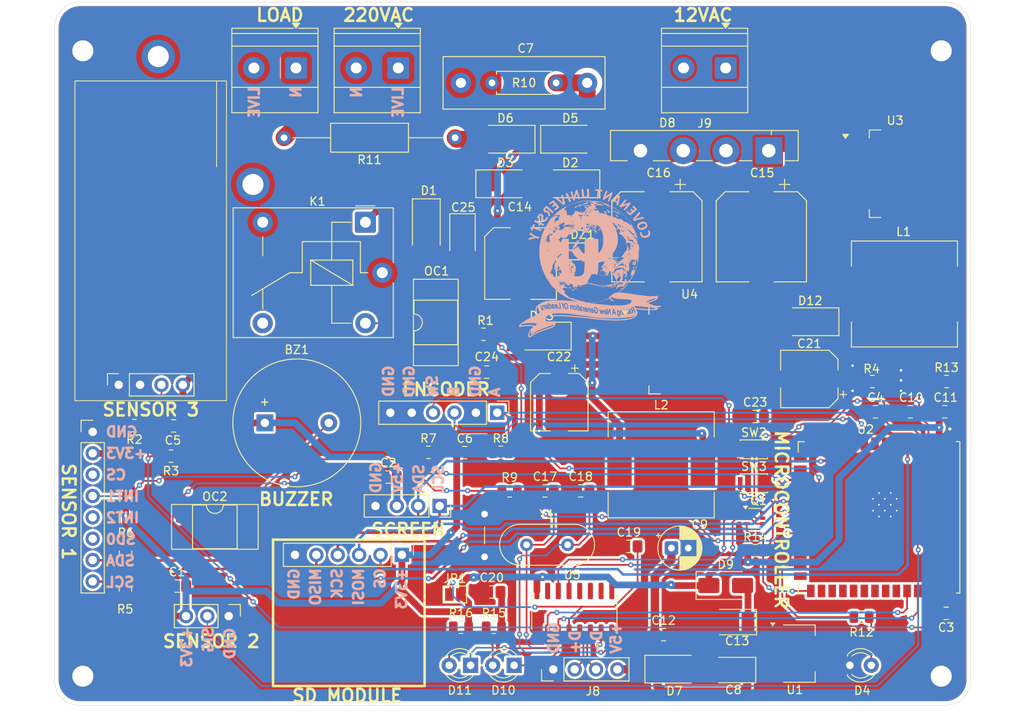
<source format=kicad_pcb>
(kicad_pcb (version 20241229) (generator "pcbnew") (generator_version "9.0")
  (layers (0 "F.Cu" signal) (2 "B.Cu" signal) (13 "F.Paste" user) (15 "B.Paste" user) (5 "F.SilkS" user "F.Silkscreen") (7 "B.SilkS" user "B.Silkscreen") (1 "F.Mask" user) (3 "B.Mask" user) (25 "Edge.Cuts" user))
  (net 0 "")
  (net 1 "+5V")
  (net 2 "Net-(BZ1--)")
  (net 3 "+3.3V")
  (net 4 "GND")
  (net 5 "/GPIO1")
  (net 6 "/GPIO4")
  (net 7 "Net-(D2-K)")
  (net 8 "/LIVE")
  (net 9 "Net-(D7-K)")
  (net 10 "/EN")
  (net 11 "Net-(D9-A)")
  (net 12 "VCC2")
  (net 13 "GNDA")
  (net 14 "/VCC1")
  (net 15 "Net-(U5-Xi)")
  (net 16 "Net-(U5-Xo)")
  (net 17 "Net-(JP1-A)")
  (net 18 "Net-(D1-A)")
  (net 19 "Net-(D3-K)")
  (net 20 "Net-(D4-A)")
  (net 21 "Net-(J9-Pin_1)")
  (net 22 "Net-(J9-Pin_2)")
  (net 23 "Net-(D10-A)")
  (net 24 "/GPIO43{slash}TX")
  (net 25 "Net-(D11-A)")
  (net 26 "/GPIO44{slash}RX")
  (net 27 "Net-(D12-K)")
  (net 28 "Net-(D13-K)")
  (net 29 "Net-(J2-Pin_3)")
  (net 30 "/SDA")
  (net 31 "/SCL")
  (net 32 "/NEUTRAL")
  (net 33 "/SD0")
  (net 34 "/INT1")
  (net 35 "/VCS")
  (net 36 "/INT2")
  (net 37 "/MISO")
  (net 38 "/MOSI")
  (net 39 "/CS")
  (net 40 "/SCK")
  (net 41 "/+")
  (net 42 "/-")
  (net 44 "Net-(OC1-Pad1)")
  (net 45 "Net-(OC2-Pad1)")
  (net 46 "/GPIO0")
  (net 47 "/RTS")
  (net 48 "/DTR")
  (net 49 "/GPIO21")
  (net 50 "/GPIO17")
  (net 51 "/GPIO16")
  (net 52 "/GPIO14")
  (net 53 "/GPIO48")
  (net 54 "/GPIO18")
  (net 55 "/GPIO38")
  (net 56 "/GPIO2")
  (net 57 "/GPIO41")
  (net 58 "/GPIO47")
  (net 59 "/GPIO40")
  (net 61 "/GPIO36")
  (net 62 "/GPIO46")
  (net 63 "/GPIO35")
  (net 64 "/GPIO19")
  (net 65 "/GPIO3")
  (net 66 "/GPIO20")
  (net 67 "/GPIO39")
  (net 69 "/GPIO42")
  (net 70 "/GPIO45")
  (net 71 "/GPIO37")
  (net 78 "Net-(J4-Pin_2)")
  (footprint "Connector_PinHeader_2.54mm:PinHeader_1x08_P2.54mm_Vertical" (layer "F.Cu") (at 86.3 95.79)
    (property "Reference" "J6" (hide yes))
    (property "Value" "MPU6050")
  )
  (footprint "Resistor_SMD:R_0805_2012Metric" (layer "F.Cu") (at 133.9575 119.02 180)
    (property "Reference" "R15")
    (property "Value" "330R")
  )
  (footprint "Capacitor_SMD:C_0805_2012Metric_Pad1.18x1.45mm_HandSolder" (layer "F.Cu") (at 187.69 117.36 180)
    (property "Reference" "C3")
    (property "Value" "100nF")
  )
  (footprint "LED_THT:LED_D3.0mm" (layer "F.Cu") (at 136.36 123.54 180)
    (property "Reference" "D10")
    (property "Value" "Red")
  )
  (footprint "Capacitor_SMD:CP_Elec_10x12.5" (layer "F.Cu") (at 165.73 72.6 -90)
    (property "Reference" "C15")
    (property "Value" "680uF_35V")
  )
  (footprint "Package_TO_SOT_SMD:SOT-363_SC-70-6" (layer "F.Cu") (at 164.93 106.05)
    (property "Reference" "Q1")
    (property "Value" "UMH3N")
  )
  (footprint "Buzzer_Beeper:Buzzer_15x7.5RM7.6" (layer "F.Cu") (at 106.75 94.72)
    (property "Reference" "BZ1")
    (property "Value" "Buzzer")
  )
  (footprint "Capacitor_SMD:C_0805_2012Metric_Pad1.18x1.45mm_HandSolder" (layer "F.Cu") (at 133.7075 114.82 180)
    (property "Reference" "C20")
    (property "Value" "100nF")
  )
  (footprint "PCM_SL_Jumpers:JUP_P5.08mm" (layer "F.Cu") (at 132.85 108.1 90)
    (property "Reference" "REF**" (hide yes))
    (property "Value" "JUP_P5.08mm")
  )
  (footprint "Diode_SMD:D_SMA" (layer "F.Cu") (at 155.41 124)
    (property "Reference" "D7")
    (property "Value" "1N5819")
  )
  (footprint "Resistor_SMD:R_0805_2012Metric" (layer "F.Cu") (at 91.26 95.04)
    (property "Reference" "R2")
    (property "Value" "1k")
  )
  (footprint "Package_DIP:DIP-4_W7.62mm_SMDSocket_SmallPads" (layer "F.Cu") (at 100.81 107.08)
    (property "Reference" "OC2")
    (property "Value" "PC817XI")
  )
  (footprint "TerminalBlock_Phoenix:TerminalBlock_Phoenix_MKDS-1,5-2_1x02_P5.00mm_Horizontal" (layer "F.Cu") (at 110.45 52.53 180)
    (property "Reference" "J4" (hide yes))
    (property "Value" "LOAD")
  )
  (footprint "Capacitor_SMD:C_0805_2012Metric_Pad1.18x1.45mm_HandSolder" (layer "F.Cu") (at 187.53 93.4 180)
    (property "Reference" "C11")
    (property "Value" "100nF")
  )
  (footprint "Capacitor_SMD:CP_Elec_8x11.9" (layer "F.Cu") (at 137.13 75.775 -90)
    (property "Reference" "C14")
    (property "Value" "470uF/25V")
  )
  (footprint "Capacitor_SMD:C_0805_2012Metric_Pad1.18x1.45mm_HandSolder" (layer "F.Cu") (at 96.3625 114.1175)
    (property "Reference" "C1")
    (property "Value" "100nF")
  )
  (footprint "Resistor_THT:R_Axial_DIN0309_L9.0mm_D3.2mm_P20.32mm_Horizontal" (layer "F.Cu") (at 109.03 60.82)
    (property "Reference" "R11")
    (property "Value" "330R/2W")
  )
  (footprint "TerminalBlock_Phoenix:TerminalBlock_Phoenix_MKDS-1,5-2_1x02_P5.00mm_Horizontal" (layer "F.Cu") (at 161.49 52.53 180)
    (property "Reference" "J9")
    (property "Value" "12VAC")
  )
  (footprint "Relay_THT:Relay_SPDT_Finder_36.11" (layer "F.Cu") (at 118.7 70.8675 -90)
    (property "Reference" "K1")
    (property "Value" "FINDER-36.11")
  )
  (footprint "Diode_SMD:D_SMA" (layer "F.Cu") (at 139.63 84.4 180)
    (property "Reference" "D13")
    (property "Value" "1N5824")
  )
  (footprint "Resistor_SMD:R_0805_2012Metric" (layer "F.Cu") (at 126.1825 98.22)
    (property "Reference" "R7")
    (property "Value" "10k")
  )
  (footprint "MountingHole:MountingHole_2.5mm_Pad" (layer "F.Cu") (at 187.1 50.49)
    (property "Reference" "REF**" (hide yes))
    (property "Value" "MountingHole_2.5mm_Pad")
  )
  (footprint "Capacitor_SMD:CP_Elec_10x12.5" (layer "F.Cu") (at 153.33 72.6 -90)
    (property "Reference" "C16")
    (property "Value" "680uF_35V")
  )
  (footprint "Resistor_SMD:R_0805_2012Metric" (layer "F.Cu") (at 135.83 102.8 180)
    (property "Reference" "R9")
    (property "Value" "10k")
  )
  (footprint "Capacitor_Tantalum_SMD:CP_EIA-3528-21_Kemet-B_HandSolder" (layer "F.Cu") (at 130.23 72.5 -90)
    (property "Reference" "C25")
    (property "Value" "4.7uF/16V")
  )
  (footprint "Connector_PinHeader_2.54mm:PinHeader_1x06_P2.54mm_Vertical" (layer "F.Cu") (at 134.36 93.51 -90)
    (property "Reference" "SW1" (hide yes))
    (property "Value" "RotaryEncoder")
  )
  (footprint "Inductor_SMD:L_12x12mm_H6mm" (layer "F.Cu") (at 182.73 79.4)
    (property "Reference" "L1")
    (property "Value" "33uH")
  )
  (footprint "Resistor_SMD:R_0805_2012Metric" (layer "F.Cu") (at 90.21 110.1625 -90)
    (property "Reference" "R6")
    (property "Value" "10k")
  )
  (footprint "Capacitor_SMD:C_0805_2012Metric_Pad1.18x1.45mm_HandSolder" (layer "F.Cu") (at 140.03 102.8 180)
    (property "Reference" "C17")
    (property "Value" "22pF")
  )
  (footprint "Resistor_SMD:R_0805_2012Metric" (layer "F.Cu") (at 90.2 114.4925 90)
    (property "Reference" "R5")
    (property "Value" "10k")
  )
  (footprint "Crystal:Crystal_HC49-4H_Vertical" (layer "F.Cu") (at 142.72 109.21 180)
    (property "Reference" "Y1")
    (property "Value" "12MHz")
  )
  (footprint "Capacitor_SMD:CP_Elec_6.3x7.7" (layer "F.Cu") (at 171.43 89.5 180)
    (property "Reference" "C21")
    (property "Value" "220uF_16V")
  )
  (footprint "Capacitor_THT:C_Rect_L19.0mm_W6.0mm_P15.00mm_MKS4" (layer "F.Cu") (at 145.04 54.3 180)
    (property "Reference" "C7")
    (property "Value" "145J400V")
  )
  (footprint "Diode_SMD:D_SOD-123" (layer "F.Cu") (at 144.49 74.33)
    (property "Reference" "DZ1")
    (property "Value" "CMZ12")
  )
  (footprint "Resistor_SMD:R_0805_2012Metric" (layer "F.Cu") (at 95.61 98.67)
    (property "Reference" "R3")
    (property "Value" "2k")
  )
  (footprint "Capacitor_Tantalum_SMD:CP_EIA-3528-21_Kemet-B_HandSolder" (layer "F.Cu") (at 162.5175 118.4 180)
    (property "Reference" "C13")
    (property "Value" "4.7uF/16V")
  )
  (footprint "Package_TO_SOT_SMD:SOT-223-3_TabPin2" (layer "F.Cu") (at 170.2175 122.15)
    (property "Reference" "U1")
    (property "Value" "AMS1117-3.3")
  )
  (footprint "Diode_SMD:D_SMA" (layer "F.Cu") (at 135.33 61 180)
    (property "Reference" "D6")
    (property "Value" "SM4001")
  )
  (footprint "Connector_PinHeader_2.54mm:PinHeader_1x03_P2.54mm_Vertical" (layer "F.Cu") (at 102.46 117.69 -90)
    (property "Reference" "J1" (hide yes))
    (property "Value" "DS18B20")
  )
  (footprint "Package_DIP:DIP-4_W7.62mm_SMDSocket_SmallPads" (layer "F.Cu") (at 127.06 82.78 90)
    (property "Reference" "OC1")
    (property "Value" "PC817XI")
  )
  (footprint "Resistor_SMD:R_0805_2012Metric" (layer "F.Cu") (at 165.03 109.9 180)
    (property "Reference" "R14")
    (property "Value" "10k")
  )
  (footprint "Capacitor_SMD:C_0805_2012Metric" (layer "F.Cu") (at 130.4925 98.25)
    (property "Reference" "C6")
    (property "Value" "104")
  )
  (footprint "Diode_SMD:D_SMA" (layer "F.Cu") (at 143.03 66.3 180)
    (property "Reference" "D2")
    (property "Value" "SM4001")
  )
  (footprint "footprints:ESP32-S3-WROOM-1U-N16R8" (layer "F.Cu") (at 179.71 105.95 -90)
    (property "Reference" "U2")
    (property "Value" "ESP32-S3-WROOM-1U-N16R8")
  )
  (footprint "Button_Switch_SMD:SW_SPST_CK_KXT3" (layer "F.Cu") (at 164.85 101.9 180)
    (property "Reference" "SW3")
    (property "Value" "FLASH")
  )
  (footprint "Connector_PinSocket_2.54mm:PinSocket_1x04_P2.54mm_Vertical" (layer "F.Cu") (at 127.51 104.595 -90)
    (property "Reference" "J3" (hide yes))
    (property "Value" "OLED SCREEN")
  )
  (footprint "Diode_SMD:D_SMA" (layer "F.Cu") (at 143.03 61)
    (property "Reference" "D5")
    (property "Value" "SM4001")
  )
  (footprint "MountingHole:MountingHole_2.5mm_Pad" (layer "F.Cu") (at 85.13 124.83)
    (property "Reference" "REF**" (hide yes))
    (property "Value" "MountingHole_2.5mm_Pad")
  )
  (footprint "Resistor_SMD:R_0805_2012Metric" (layer "F.Cu") (at 187.73 89.8)
    (property "Reference" "R13")
    (property "Value" "10k")
  )
  (footprint "Diode_SMD:D_SMA" (layer "F.Cu") (at 125.93 71.6 -90)
    (property "Reference" "D1")
    (property "Value" "1N4007")
  )
  (footprint "LED_THT:LED_D3.0mm" (layer "F.Cu") (at 131.19 123.54 180)
    (property "Reference" "D11")
    (property "Value" "Green")
  )
  (footprint "Resistor_THT:R_Axial_DIN0207_L6.3mm_D2.5mm_P7.62mm_Horizontal" (layer "F.Cu") (at 141.35 54.3 180)
    (property "Reference" "R10")
    (property "Value" "1M")
  )
  (footprint "Capacitor_SMD:C_0805_2012Metric_Pad1.18x1.45mm_HandSolder" (layer "F.Cu") (at 95.92 95.08)
    (property "Reference" "C5")
    (property "Value" "100nF")
  )
  (footprint "Connector_PinHeader_2.54mm:PinHeader_1x06_P2.54mm_Vertical" (layer "F.Cu") (at 123.03 110.41 -90)
    (property "Reference" "J7" (hide yes))
    (property "Value" "SD MODULE")
  )
  (footprint "MountingHole:MountingHole_2.5mm_Pad" (layer "F.Cu") (at 85.13 50.49)
    (property "Reference" "REF**" (hide yes))
    (property "Value" "MountingHole_2.5mm_Pad")
  )
  (footprint "Capacitor_Tantalum_SMD:CP_EIA-3528-21_Kemet-B_HandSolder" (layer "F.Cu") (at 162.4175 124.1 180)
    (property "Reference" "C8")
    (property "Value" "4.7uF/16V")
  )
  (footprint "LED_THT:LED_D3.0mm" (layer "F.Cu") (at 176.2475 123.54)
    (property "Reference" "D4")
    (property "Value" "Red")
  )
  (footprint "Resistor_SMD:R_0805_2012Metric" (layer "F.Cu") (at 177.63 117.8)
    (property "Reference" "R12")
    (property "Value" "330R")
  )
  (footprint "Capacitor_SMD:C_0805_2012Metric_Pad1.18x1.45mm_HandSolder" (layer "F.Cu") (at 183.43 93.4)
    (property "Reference" "C10")
    (property "Value" "470nF")
  )
  (footprint "Capacitor_SMD:C_0805_2012Metric_Pad1.18x1.45mm_HandSolder" (layer "F.Cu") (at 133.11 88.68 180)
    (property "Reference" "C24")
    (property "Value" "100nF")
  )
  (footprint "Capacitor_SMD:C_0805_2012Metric_Pad1.18x1.45mm_HandSolder" (layer "F.Cu") (at 154.1175 119.9 180)
    (property "Reference" "C12")
    (property "Value" "100nF")
  )
  (footprint "Connector_PinHeader_2.54mm:PinHeader_1x04_P2.54mm_Vertical" (layer "F.Cu") (at 141.01 124.02 90)
    (property "Reference" "J8")
    (property "Value" "USB_C Conn")
  )
  (footprint "Capacitor_SMD:C_0805_2012Metric_Pad1.18x1.45mm_HandSolder" (layer "F.Cu") (at 144.2675 102.8 180)
    (property "Reference" "C18")
    (property "Value" "22pF")
  )
  (footprint "Connector_PinSocket_2.54mm:PinSocket_1x04_P2.54mm_Vertical" (layer "F.Cu") (at 89.39 90.195 90)
    (property "Reference" "J2" (hide yes))
    (property "Value" "CURRENT SENSOR")
  )
  (footprint "Diode_SMD:D_SMA" (layer "F.Cu") (at 171.43 82.7 180)
    (property "Reference" "D12")
    (property "Value" "1N5824")
  )
  (footprint "Diode_THT:Diode_Bridge_Vishay_GBU" (layer "F.Cu") (at 166.61 62.36 180)
    (property "Reference" "D8")
    (property "Value" "GBU8M")
  )
  (footprint "TerminalBlock_Phoenix:TerminalBlock_Phoenix_MKDS-1,5-2_1x02_P5.00mm_Horizontal" (layer "F.Cu") (at 122.6 52.53 180)
    (property "Reference" "J5" (hide yes))
    (property "Value" "220VAC")
  )
  (footprint "Capacitor_SMD:CP_Elec_6.3x7.7" (layer "F.Cu") (at 141.73 92.26 -90)
    (property "Reference" "C22")
    (property "Value" "220uF_16V")
  )
  (footprint "Resistor_SMD:R_0805_2012Metric" (layer "F.Cu") (at 130.045 119.02 180)
    (property "Reference" "R16")
    (property "Value" "330R")
  )
  (footprint "Diode_SMD:D_SMA" (layer "F.Cu") (at 135.33 66.3)
    (property "Reference" "D3")
    (property "Value" "SM4001")
  )
  (footprint "Resistor_SMD:R_0805_2012Metric" (layer "F.Cu") (at 132.73 84.19 180)
    (property "Reference" "R1")
    (property "Value" "10k")
  )
  (footprint "Capacitor_SMD:C_0805_2012Metric_Pad1.18x1.45mm_HandSolder" (layer "F.Cu") (at 121.38 101.16 180)
    (property "Reference" "C2")
    (property "Value" "100nF")
  )
  (footprint "Capacitor_SMD:C_0805_2012Metric_Pad1.18x1.45mm_HandSolder" (layer "F.Cu") (at 179.2925 93.4)
    (property "Reference" "C4")
    (property "Value" "100nF")
  )
  (footprint "Capacitor_SMD:C_0805_2012Metric_Pad1.18x1.45mm_HandSolder" (layer "F.Cu") (at 165 93.96)
    (property "Reference" "C23")
    (property "Value" "100nF")
  )
  (footprint "Resistor_SMD:R_0805_2012Metric" (layer "F.Cu") (at 178.93 89.8 180)
    (property "Reference" "R4")
    (property "Value" "10k")
  )
  (footprint "Resistor_SMD:R_0805_2012Metric" (layer "F.Cu") (at 134.7775 98.22)
    (property "Reference" "R8")
    (property "Value" "10k")
  )
  (footprint "Capacitor_SMD:C_0805_2012Metric_Pad1.18x1.45mm_HandSolder" (layer "F.Cu") (at 149.99 109.4)
    (property "Reference" "C19")
    (property "Value" "100nF")
  )
  (footprint "Button_Switch_SMD:SW_SPST_CK_KXT3" (layer "F.Cu") (at 164.85 97.86 180)
    (property "Reference" "SW2")
    (property "Value" "RESET")
  )
  (footprint "Inductor_SMD:L_12x12mm_H6mm" (layer "F.Cu") (at 153.83 99.7)
    (property "Reference" "L2")
    (property "Value" "33uH")
  )
  (footprint "Capacitor_THT:CP_Radial_D5.0mm_P2.00mm" (layer "F.Cu") (at 155.05 109.6)
    (property "Reference" "C9")
    (property "Value" "10uF_16V")
  )
  (footprint "Package_TO_SOT_SMD:TO-263-5_TabPin6" (layer "F.Cu") (at 157.205 86.075)
    (property "Reference" "U4")
    (property "Value" "LM2596S-5V")
  )
  (footprint "Package_TO_SOT_SMD:TO-263-5_TabPin6" (layer "F.Cu") (at 183.38 65.1)
    (property "Reference" "U3")
    (property "Value" "LM2596S-3.3V")
  )
  (footprint "Jumper:SolderJumper-2_P1.3mm_Open_Pad1.0x1.5mm" (layer "F.Cu") (at 129.32 115.12)
    (property "Reference" "JP1")
    (property "Value" "~")
  )
  (footprint "MountingHole:MountingHole_2.5mm_Pad" (layer "F.Cu") (at 187.1 124.83)
    (property "Reference" "REF**" (hide yes))
    (property "Value" "MountingHole_2.5mm_Pad")
  )
  (footprint "Package_SO:SOIC-16_3.9x9.9mm_P1.27mm" (layer "F.Cu") (at 143.5175 117.18 90)
    (property "Reference" "U5")
    (property "Value" "CH340C")
  )
  (footprint "Diode_SMD:D_SMA" (layer "F.Cu") (at 161.4925 114.05)
    (property "Reference" "D9")
    (property "Value" "1N5819")
  )
  (footprint "logo:CULogo" (layer "B.Cu") (at 145.18 75.570506 180)
    (property "Reference" "G***" (hide yes))
    (property "Value" "LOGO" (hide yes))
  )
  (gr_line (start 101.02 54.08) (end 101.02 64.28) (stroke (width 0.1)) (layer "F.SilkS"))
  (gr_rect (start 107.73 108.6) (end 125.73 126) (stroke (width 0.3)) (fill no) (layer "F.SilkS"))
  (gr_rect (start 84.19 54.08) (end 102.19 92.08) (stroke (width 0.1)) (fill no) (layer "F.SilkS"))
  (gr_arc (start 84.765 128.29) (mid 82.64368 127.41132) (end 81.765 125.29) (stroke (width 0.05)) (layer "Edge.Cuts"))
  (gr_arc (start 81.765 47.69) (mid 82.64368 45.56868) (end 84.765 44.69) (stroke (width 0.05)) (layer "Edge.Cuts"))
  (gr_arc (start 190.585 125.29) (mid 189.70632 127.41132) (end 187.585 128.29) (stroke (width 0.05)) (layer "Edge.Cuts"))
  (gr_line (start 190.585 47.69) (end 190.585 125.29) (stroke (width 0.05)) (layer "Edge.Cuts"))
  (gr_arc (start 187.585 44.69) (mid 189.70632 45.56868) (end 190.585 47.69) (stroke (width 0.05)) (layer "Edge.Cuts"))
  (gr_line (start 84.765 44.69) (end 187.585 44.69) (stroke (width 0.05)) (layer "Edge.Cuts"))
  (gr_line (start 81.765 125.29) (end 81.765 47.69) (stroke (width 0.05)) (layer "Edge.Cuts"))
  (gr_line (start 187.585 128.29) (end 84.765 128.29) (stroke (width 0.05)) (layer "Edge.Cuts"))
  (gr_text "ENCODER" (at 122.9 91.62 0) (layer "F.SilkS") (effects (font (size 1.5 1.5) (thickness 0.3) (bold yes)) (justify left bottom)))
  (gr_text "220VAC" (at 115.9 47.12 0) (layer "F.SilkS") (effects (font (size 1.5 1.5) (thickness 0.3) (bold yes)) (justify left bottom)))
  (gr_text "SENSOR 2" (at 94.48 121.56 0) (layer "F.SilkS") (effects (font (size 1.5 1.5) (thickness 0.3) (bold yes)) (justify left bottom)))
  (gr_text "SENSOR 3" (at 87.3 94.03 0) (layer "F.SilkS") (effects (font (size 1.5 1.5) (thickness 0.3) (bold yes)) (justify left bottom)))
  (gr_text "BUZZER" (at 105.89 104.67 0) (layer "F.SilkS") (effects (font (size 1.5 1.5) (thickness 0.3) (bold yes)) (justify left bottom)))
  (gr_text "MICROCONTROLLER" (at 167.23 95.45 270) (layer "F.SilkS") (effects (font (size 1.5 1.5) (thickness 0.3) (bold yes)) (justify left bottom)))
  (gr_text "SCREEN" (at 119.24 108.31 0) (layer "F.SilkS") (effects (font (size 1.5 1.5) (thickness 0.3) (bold yes)) (justify left bottom)))
  (gr_text "LOAD" (at 105.56 47.12 0) (layer "F.SilkS") (effects (font (size 1.5 1.5) (thickness 0.3) (bold yes)) (justify left bottom)))
  (gr_text "SD MODULE" (at 109.84 128.02 0) (layer "F.SilkS") (effects (font (size 1.5 1.5) (thickness 0.3) (bold yes)) (justify left bottom)))
  (gr_text "12VAC" (at 155.15 47.12 0) (layer "F.SilkS") (effects (font (size 1.5 1.5) (thickness 0.3) (bold yes)) (justify left bottom)))
  (gr_text "SENSOR 1" (at 82.56 99.36 270) (layer "F.SilkS") (effects (font (size 1.5 1.5) (thickness 0.3) (bold yes)) (justify left bottom)))
  (gr_text "GND" (at 124.6 87.742857 90) (layer "B.SilkS") (effects (font (size 1.2 1.2) (thickness 0.3) (bold yes)) (justify left bottom mirror)))
  (gr_text "GND" (at 132.45 87.742857 90) (layer "B.SilkS") (effects (font (size 1.2 1.2) (thickness 0.3) (bold yes)) (justify left bottom mirror)))
  (gr_text "GND" (at 141.755715 118.258571 90) (layer "B.SilkS") (effects (font (size 1.2 1.2) (thickness 0.3) (bold yes)) (justify left bottom mirror)))
  (gr_text "+3V3" (at 92.904284 99.044286 0) (layer "B.SilkS") (effects (font (size 1.2 1.2) (thickness 0.3) (bold yes)) (justify left bottom mirror)))
  (gr_text "GND" (at 110.922857 111.85 90) (layer "B.SilkS") (effects (font (size 1.2 1.2) (thickness 0.3) (bold yes)) (justify left bottom mirror)))
  (gr_text "+3V3" (at 98.175715 118.755714 90) (layer "B.SilkS") (effects (font (size 1.2 1.2) (thickness 0.3) (bold yes)) (justify left bottom mirror)))
  (gr_text "GND" (at 122.14 87.742857 90) (layer "B.SilkS") (effects (font (size 1.2 1.2) (thickness 0.3) (bold yes)) (justify left bottom mirror)))
  (gr_text "SD0" (at 91.589999 109.261429 0) (layer "B.SilkS") (effects (font (size 1.2 1.2) (thickness 0.3) (bold yes)) (justify left bottom mirror)))
  (gr_text "+5V" (at 149.17 118.258572 90) (layer "B.SilkS") (effects (font (size 1.2 1.2) (thickness 0.3) (bold yes)) (justify left bottom mirror)))
  (gr_text "D-" (at 146.864286 119.23 90) (layer "B.SilkS") (effects (font (size 1.2 1.2) (thickness 0.3) (bold yes)) (justify left bottom mirror)))
  (gr_text "D+" (at 144.31 119.23 90) (layer "B.SilkS") (effects (font (size 1.2 1.2) (thickness 0.3) (bold yes)) (justify left bottom mirror)))
  (gr_text "MISO" (at 113.477143 111.85 90) (layer "B.SilkS") (effects (font (size 1.2 1.2) (thickness 0.3) (bold yes)) (justify left bottom mirror)))
  (gr_text "N" (at 118.33 54.59 90) (layer "B.SilkS") (effects (font (size 1.2 1.2) (thickness 0.3) (bold yes)) (justify left bottom mirror)))
  (gr_text "SW" (at 127.341429 88.885714 90) (layer "B.SilkS") (effects (font (size 1.2 1.2) (thickness 0.3) (bold yes)) (justify left bottom mirror)))
  (gr_text "SCK" (at 116.031429 111.85 90) (layer "B.SilkS") (effects (font (size 1.2 1.2) (thickness 0.3) (bold yes)) (justify left bottom mirror)))
  (gr_text "LIVE" (at 106.19 54.59 90) (layer "B.SilkS") (effects (font (size 1.2 1.2) (thickness 0.3) (bold yes)) (justify left bottom mirror)))
  (gr_text "B" (at 129.895714 90.2 90) (layer "B.SilkS") (effects (font (size 1.2 1.2) (thickness 0.3) (bold yes)) (justify left bottom mirror)))
  (gr_text "INT1" (at 91.99 104.152857 0) (layer "B.SilkS") (effects (font (size 1.2 1.2) (thickness 0.3) (bold yes)) (justify left bottom mirror)))
  (gr_text "+3V3" (at 123.694286 111.85 90) (layer "B.SilkS") (effects (font (size 1.2 1.2) (thickness 0.3) (bold yes)) (justify left bottom mirror)))
  (gr_text "MOSI" (at 118.585715 111.85 90) (layer "B.SilkS") (effects (font (size 1.2 1.2) (thickness 0.3) (bold yes)) (justify left bottom mirror)))
  (gr_text "GND" (at 120.641429 99.194285 90) (layer "B.SilkS") (effects (font (size 1.2 1.2) (thickness 0.3) (bold yes)) (justify left bottom mirror)))
  (gr_text "SDA" (at 125.75 99.48 90) (layer "B.SilkS") (effects (font (size 1.2 1.2) (thickness 0.3) (bold yes)) (justify left bottom mirror)))
  (gr_text "CS" (at 90.447142 101.598571 0) (layer "B.SilkS") (effects (font (size 1.2 1.2) (thickness 0.3) (bold yes)) (justify left bottom mirror)))
  (gr_text "GND" (at 103.284286 118.927142 90) (layer "B.SilkS") (effects (font (size 1.2 1.2) (thickness 0.3) (bold yes)) (justify left bottom mirror)))
  (gr_text "SDA" (at 91.475713 111.815714 0) (layer "B.SilkS") (effects (font (size 1.2 1.2) (thickness 0.3) (bold yes)) (justify left bottom mirror)))
  (gr_text "SCL" (at 128.055714 99.537142 90) (layer "B.SilkS") (effects (font (size 1.2 1.2) (thickness 0.3) (bold yes)) (justify left bottom mirror)))
  (gr_text "CS" (at 121.14 111.85 90) (layer "B.SilkS") (effects (font (size 1.2 1.2) (thickness 0.3) (bold yes)) (justify left bottom mirror)))
  (gr_text "INT2" (at 91.99 106.707143 0) (layer "B.SilkS") (effects (font (size 1.2 1.2) (thickness 0.3) (bold yes)) (justify left bottom mirror)))
  (gr_text "SCL" (at 91.418571 114.37 0) (layer "B.SilkS") (effects (font (size 1.2 1.2) (thickness 0.3) (bold yes)) (justify left bottom mirror)))
  (gr_text "LIVE" (at 123.28 54.59 90) (layer "B.SilkS") (effects (font (size 1.2 1.2) (thickness 0.3) (bold yes)) (justify left bottom mirror)))
  (gr_text "+5V" (at 123.195714 99.194286 90) (layer "B.SilkS") (effects (font (size 1.2 1.2) (thickness 0.3) (bold yes)) (justify left bottom mirror)))
  (gr_text "GND" (at 91.761428 96.49 0) (layer "B.SilkS") (effects (font (size 1.2 1.2) (thickness 0.3) (bold yes)) (justify left bottom mirror)))
  (gr_text "A" (at 134.755714 90.371429 90) (layer "B.SilkS") (effects (font (size 1.2 1.2) (thickness 0.3) (bold yes)) (justify left bottom mirror)))
  (gr_text "SIG" (at 100.73 118.87 90) (layer "B.SilkS") (effects (font (size 1.2 1.2) (thickness 0.3) (bold yes)) (justify left bottom mirror)))
  (gr_text "N" (at 111.14 54.59 90) (layer "B.SilkS") (effects (font (size 1.2 1.2) (thickness 0.3) (bold yes)) (justify left bottom mirror)))
  (segment (start 97.01 90.195) (end 97.01 95.0275) (width 0.8) (layer "F.Cu") (net 1))
  (segment (start 132.0725 87.6775) (end 132.84 86.91) (width 0.8) (layer "F.Cu") (net 1))
  (segment (start 132.0725 88.68) (end 132.0725 87.6775) (width 0.8) (layer "F.Cu") (net 1))
  (segment (start 139.36 95.67) (end 139.36 90.74) (width 0.8) (layer "F.Cu") (net 1))
  (segment (start 96.9575 95.08) (end 101.21 95.08) (width 0.8) (layer "F.Cu") (net 1))
  (segment (start 158.78 96.08) (end 158.67 95.97) (width 0.8) (layer "F.Cu") (net 1))
  (segment (start 101.21 95.08) (end 101.57 94.72) (width 0.8) (layer "F.Cu") (net 1))
  (segment (start 132.0725 88.68) (end 131.6825 89.07) (width 0.8) (layer "F.Cu") (net 1))
  (segment (start 106.75 94.72) (end 101.57 94.72) (width 0.8) (layer "F.Cu") (net 1))
  (segment (start 97.01 95.0275) (end 96.9575 95.08) (width 0.8) (layer "F.Cu") (net 1))
  (segment (start 139.36 90.74) (end 140.54 89.56) (width 0.8) (layer "F.Cu") (net 1))
  (segment (start 122.43 101.1725) (end 122.4175 101.16) (width 0.8) (layer "F.Cu") (net 1))
  (segment (start 122.43 104.595) (end 122.43 101.1725) (width 0.8) (layer "F.Cu") (net 1))
  (segment (start 149.555 87.775) (end 143.515 87.775) (width 0.8) (layer "F.Cu") (net 1))
  (segment (start 140.54 89.56) (end 141.73 89.56) (width 0.8) (layer "F.Cu") (net 1))
  (segment (start 158.78 99.7) (end 158.78 96.08) (width 0.8) (layer "F.Cu") (net 1))
  (segment (start 131.6825 89.07) (end 98.135 89.07) (width 0.8) (layer "F.Cu") (net 1))
  (segment (start 141.73 87.69) (end 141.73 89.56) (width 0.8) (layer "F.Cu") (net 1))
  (segment (start 140.95 86.91) (end 141.73 87.69) (width 0.8) (layer "F.Cu") (net 1))
  (segment (start 143.515 87.775) (end 141.73 89.56) (width 0.8) (layer "F.Cu") (net 1))
  (segment (start 132.84 86.91) (end 140.95 86.91) (width 0.8) (layer "F.Cu") (net 1))
  (segment (start 98.135 89.07) (end 97.01 90.195) (width 0.8) (layer "F.Cu") (net 1))
  (via (at 139.36 95.67) (size 1) (drill 0.3) (layers "F.Cu" "B.Cu") (net 1))
  (via (at 158.67 95.97) (size 1) (drill 0.3) (layers "F.Cu" "B.Cu") (net 1))
  (segment (start 110.36 94.72) (end 106.75 94.72) (width 0.8) (layer "B.Cu") (net 1))
  (segment (start 158.67 95.97) (end 139.66 95.97) (width 0.8) (layer "B.Cu") (net 1))
  (segment (start 120.59 98.76) (end 114.4 98.76) (width 0.8) (layer "B.Cu") (net 1))
  (segment (start 114.4 98.76) (end 110.36 94.72) (width 0.8) (layer "B.Cu") (net 1))
  (segment (start 122.43 100.6) (end 120.59 98.76) (width 0.8) (layer "B.Cu") (net 1))
  (segment (start 122.43 104.595) (end 122.43 100.6) (width 0.8) (layer "B.Cu") (net 1))
  (segment (start 139.66 95.97) (end 139.36 95.67) (width 0.8) (layer "B.Cu") (net 1))
  (segment (start 104.62 105.81) (end 104.62 104.45) (width 0.2) (layer "F.Cu") (net 2))
  (segment (start 104.62 104.45) (end 114.35 94.72) (width 0.2) (layer "F.Cu") (net 2))
  (segment (start 134.66 117.06) (end 134.87 117.27) (width 0.8) (layer "F.Cu") (net 3))
  (segment (start 174.13 89.5) (end 174.13 87.81) (width 0.8) (layer "F.Cu") (net 3))
  (segment (start 187.68 80.84) (end 187.68 79.4) (width 0.8) (layer "F.Cu") (net 3))
  (segment (start 129.5425 97.2675) (end 130.15 96.66) (width 0.8) (layer "F.Cu") (net 3))
  (segment (start 139.320194 113.039806) (end 139.0725 113.2875) (width 0.8) (layer "F.Cu") (net 3))
  (segment (start 186.85 93.7575) (end 186.4925 93.4) (width 0.8) (layer "F.Cu") (net 3))
  (segment (start 179.8425 89.8) (end 179.8425 86.1525) (width 0.8) (layer "F.Cu") (net 3))
  (segment (start 159.3 114.05) (end 159.4925 114.05) (width 0.8) (layer "F.Cu") (net 3))
  (segment (start 188.6425 89.8) (end 188.6425 86.13) (width 0.8) (layer "F.Cu") (net 3))
  (segment (start 89.12 98.35) (end 90.21 99.44) (width 0.8) (layer "F.Cu") (net 3))
  (segment (start 188.93 73.92) (end 187.36 72.35) (width 0.8) (layer "F.Cu") (net 3))
  (segment (start 97.38 117.69) (end 97.38 114.1375) (width 0.8) (layer "F.Cu") (net 3))
  (segment (start 188.6325 86.14) (end 188.6425 86.13) (width 0.8) (layer "F.Cu") (net 3))
  (segment (start 174.13 91.41) (end 174.13 89.5) (width 0.8) (layer "F.Cu") (net 3))
  (segment (start 130.24 114.85) (end 130.24 113.73) (width 0.8) (layer "F.Cu") (net 3))
  (segment (start 173.22 72.35) (end 172.16 71.29) (width 0.8) (layer "F.Cu") (net 3))
  (segment (start 129.97 115.12) (end 130.24 114.85) (width 0.8) (layer "F.Cu") (net 3))
  (segment (start 164.1175 111.2275) (end 164.15 111.26) (width 0.8) (layer "F.Cu") (net 3))
  (segment (start 129.5425 98.25) (end 129.5425 97.2675) (width 0.8) (layer "F.Cu") (net 3))
  (segment (start 127.095 98.22) (end 129.5125 98.22) (width 0.8) (layer "F.Cu") (net 3))
  (segment (start 188.6425 80.3625) (end 187.68 79.4) (width 0.8) (layer "F.Cu") (net 3))
  (segment (start 173.29 92.25) (end 174.13 91.41) (width 0.8) (layer "F.Cu") (net 3))
  (segment (start 187.68 79.4) (end 188.93 78.15) (width 0.8) (layer "F.Cu") (net 3))
  (segment (start 172.16 71.29) (end 172.16 67.86) (width 0.8) (layer "F.Cu") (net 3))
  (segment (start 173.22 66.8) (end 175.73 66.8) (width 0.8) (layer "F.Cu") (net 3))
  (segment (start 159.4925 114.05) (end 159.4925 112.8375) (width 0.8) (layer "F.Cu") (net 3))
  (segment (start 188.93 78.15) (end 188.93 73.92) (width 0.8) (layer "F.Cu") (net 3))
  (segment (start 139.744687 113.039806) (end 139.320194 113.039806) (width 0.8) (layer "F.Cu") (net 3))
  (segment (start 97.38 114.1375) (end 97.4 114.1175) (width 0.8) (layer "F.Cu") (net 3))
  (segment (start 125.54 117.16) (end 130.8575 117.16) (width 0.8) (layer "F.Cu") (net 3))
  (segment (start 91.815 115.405) (end 94.1 117.69) (width 0.8) (layer "F.Cu") (net 3))
  (segment (start 159.4925 112.8375) (end 161.07 111.26) (width 0.8) (layer "F.Cu") (net 3))
  (segment (start 186.85 95.27) (end 186.85 93.7575) (width 0.8) (layer "F.Cu") (net 3))
  (segment (start 130.9575 117.06) (end 130.9575 116.1075) (width 0.8) (layer "F.Cu") (net 3))
  (segment (start 155.09 114.06) (end 159.29 114.06) (width 0.8) (layer "F.Cu") (net 3))
  (segment (start 164.1175 109.9) (end 164.1175 111.2275) (width 0.8) (layer "F.Cu") (net 3))
  (segment (start 90.21 99.44) (end 90.21 109.25) (width 0.8) (layer "F.Cu") (net 3))
  (segment (start 130.15 96.66) (end 132.94 96.66) (width 0.8) (layer "F.Cu") (net 3))
  (segment (start 94.1 117.69) (end 97.38 117.69) (width 0.8) (layer "F.Cu") (net 3))
  (segment (start 123.03 110.41) (end 123.03 113.65) (width 0.8) (layer "F.Cu") (net 3))
  (segment (start 129.5125 98.22) (end 129.5425 98.25) (width 0.8) (layer "F.Cu") (net 3))
  (segment (start 186.4925 92.6775) (end 188.6425 90.5275) (width 0.8) (layer "F.Cu") (net 3))
  (segment (start 130.9575 116.1075) (end 129.97 115.12) (width 0.8) (layer "F.Cu") (net 3))
  (segment (start 187.36 72.35) (end 173.22 72.35) (width 0.8) (layer "F.Cu") (net 3))
  (segment (start 122.53 114.15) (end 125.54 117.16) (width 0.8) (layer "F.Cu") (net 3))
  (segment (start 86.3 98.33) (end 86.32 98.35) (width 0.8) (layer "F.Cu") (net 3))
  (segment (start 130.24 113.73) (end 130.87 113.1) (width 0.8) (layer "F.Cu") (net 3))
  (segment (start 179.83 86.14) (end 182.38 86.14) (width 0.8) (layer "F.Cu") (net 3))
  (segment (start 159.29 114.06) (end 159.3 114.05) (width 0.8) (layer "F.Cu") (net 3))
  (segment (start 182.38 86.14) (end 188.6325 86.14) (width 0.8) (layer "F.Cu") (net 3))
  (segment (start 130.87 113.1) (end 131.56 113.1) (width 0.8) (layer "F.Cu") (net 3))
  (segment (start 175.8 86.14) (end 179.83 86.14) (width 0.8) (layer "F.Cu") (net 3))
  (segment (start 172.16 67.86) (end 173.22 66.8) (width 0.8) (layer "F.Cu") (net 3))
  (segment (start 128.85 107.76) (end 129.5425 107.0675) (width 0.8) (layer "F.Cu") (net 3))
  (segment (start 188.6425 86.13) (end 188.6425 80.3625) (width 0.8) (layer "F.Cu") (net 3))
  (segment (start 174.13 87.81) (end 175.8 86.14) (width 0.8) (layer "F.Cu") (net 3))
  (segment (start 139.0725 113.2875) (end 139.0725 114.705) (width 0.8) (layer "F.Cu") (net 3))
  (segment (start 186.4925 93.4) (end 186.4925 92.6775) (width 0.8) (layer "F.Cu") (net 3))
  (segment (start 86.32 98.35) (end 89.12 98.35) (width 0.8) (layer "F.Cu") (net 3))
  (segment (start 179.8425 86.1525) (end 179.83 86.14) (width 0.8) (layer "F.Cu") (net 3))
  (segment (start 133.865 97.585) (end 133.865 98.22) (width 0.8) (layer "F.Cu") (net 3))
  (segment (start 130.9575 117.06) (end 134.66 117.06) (width 0.8) (layer "F.Cu") (net 3))
  (segment (start 134.87 114.945) (end 134.745 114.82) (width 0.8) (layer "F.Cu") (net 3))
  (segment (start 166.0375 93.96) (end 166.0375 93.0525) (width 0.8) (layer "F.Cu") (net 3))
  (segment (start 166.0375 93.0525) (end 166.84 92.25) (width 0.8) (layer "F.Cu") (net 3))
  (segment (start 134.87 119.02) (end 134.87 117.27) (width 0.8) (layer "F.Cu") (net 3))
  (segment (start 132.94 96.66) (end 133.865 97.585) (width 0.8) (layer "F.Cu") (net 3))
  (segment (start 129.5425 107.0675) (end 129.5425 98.25) (width 0.8) (layer "F.Cu") (net 3))
  (segment (start 166.84 92.25) (end 173.29 92.25) (width 0.8) (layer "F.Cu") (net 3))
  (segment (start 130.9575 119.02) (end 130.9575 117.06) (width 0.8) (layer "F.Cu") (net 3))
  (segment (start 130.8575 117.16) (end 130.9575 117.06) (width 0.8) (layer "F.Cu") (net 3))
  (segment (start 188.6425 90.5275) (end 188.6425 89.8) (width 0.8) (layer "F.Cu") (net 3))
  (segment (start 90.2 115.405) (end 91.815 115.405) (width 0.8) (layer "F.Cu") (net 3))
  (segment (start 161.07 111.26) (end 164.15 111.26) (width 0.8) (layer "F.Cu") (net 3))
  (segment (start 134.87 117.27) (end 134.87 114.945) (width 0.8) (layer "F.Cu") (net 3))
  (segment (start 123.03 113.65) (end 122.53 114.15) (width 0.8) (layer "F.Cu") (net 3))
  (segment (start 155.01 113.98) (end 155.09 114.06) (width 0.8) (layer "F.Cu") (net 3))
  (segment (start 186.85 97.2) (end 186.85 95.27) (width 0.8) (layer "F.Cu") (net 3))
  (via (at 122.53 114.15) (size 1) (drill 0.3) (layers "F.Cu" "B.Cu") (net 3))
  (via (at 164.15 111.26) (size 1) (drill 0.3) (layers "F.Cu" "B.Cu") (net 3))
  (via (at 90.21 105.75) (size 1) (drill 0.3) (layers "F.Cu" "B.Cu") (net 3))
  (via (at 128.85 107.76) (size 1) (drill 0.3) (layers "F.Cu" "B.Cu") (net 3))
  (via (at 155.01 113.98) (size 1) (drill 0.3) (layers "F.Cu" "B.Cu") (net 3))
  (via (at 139.744687 113.039806) (size 1) (drill 0.3) (layers "F.Cu" "B.Cu") (net 3))
  (via (at 186.85 95.27) (size 1) (drill 0.3) (layers "F.Cu" "B.Cu") (net 3))
  (via (at 131.56 113.1) (size 1) (drill 0.3) (layers "F.Cu" "B.Cu") (net 3))
  (segment (start 97.38 113.3) (end 90.21 106.13) (width 0.8) (layer "B.Cu") (net 3))
  (segment (start 174.97 108.61) (end 174.97 101.24) (width 0.8) (layer "B.Cu") (net 3))
  (segment (start 126.33 110.41) (end 126.89 109.85) (width 0.8) (layer "B.Cu") (net 3))
  (segment (start 120.53 116.15) (end 122.53 114.15) (width 0.8) (layer "B.Cu") (net 3))
  (segment (start 97.44 114.72) (end 106.93 114.72) (width 0.8) (layer "B.Cu") (net 3))
  (segment (start 131.620194 113.039806) (end 131.56 113.1) (width 0.8) (layer "B.Cu") (net 3))
  (segment (start 108.36 116.15) (end 120.53 116.15) (width 0.8) (layer "B.Cu") (net 3))
  (segment (start 97.38 114.66) (end 97.38 113.3) (width 0.8) (layer "B.Cu") (net 3))
  (segment (start 180.94 95.27) (end 186.85 95.27) (width 0.8) (layer "B.Cu") (net 3))
  (segment (start 172.32 111.26) (end 174.97 108.61) (width 0.8) (layer "B.Cu") (net 3))
  (segment (start 139.744687 113.039806) (end 131.620194 113.039806) (width 0.8) (layer "B.Cu") (net 3))
  (segment (start 147.489806 113.039806) (end 139.744687 113.039806) (width 0.8) (layer "B.Cu") (net 3))
  (segment (start 123.03 110.41) (end 126.33 110.41) (width 0.8) (layer "B.Cu") (net 3))
  (segment (start 148.43 113.98) (end 147.489806 113.039806) (width 0.8) (layer "B.Cu") (net 3))
  (segment (start 106.93 114.72) (end 108.36 116.15) (width 0.8) (layer "B.Cu") (net 3))
  (segment (start 164.15 111.26) (end 172.32 111.26) (width 0.8) (layer "B.Cu") (net 3))
  (segment (start 155.01 113.98) (end 148.43 113.98) (width 0.8) (layer "B.Cu") (net 3))
  (segment (start 128.85 107.89) (end 128.85 107.76) (width 0.8) (layer "B.Cu") (net 3))
  (segment (start 126.89 109.85) (end 128.85 107.89) (width 0.8) (layer "B.Cu") (net 3))
  (segment (start 97.38 114.66) (end 97.44 114.72) (width 0.8) (layer "B.Cu") (net 3))
  (segment (start 97.38 117.69) (end 97.38 114.66) (width 0.8) (layer "B.Cu") (net 3))
  (segment (start 174.97 101.24) (end 180.94 95.27) (width 0.8) (layer "B.Cu") (net 3))
  (segment (start 168.73 89.5) (end 167.42 89.5) (width 1) (layer "F.Cu") (net 4))
  (via (at 182.32 89.66) (size 1) (drill 0.3) (layers "F.Cu" "B.Cu") (net 4))
  (via (at 176.56 87.92) (size 1) (drill 0.3) (layers "F.Cu" "B.Cu") (net 4))
  (via (at 182.32 88.47) (size 1) (drill 0.3) (layers "F.Cu" "B.Cu") (net 4))
  (via (at 167.8 97.75) (size 1) (drill 0.3) (layers "F.Cu" "B.Cu") (net 4))
  (via (at 169.04 97.75) (size 1) (drill 0.3) (layers "F.Cu" "B.Cu") (net 4))
  (via (at 176.56 90.9) (size 1) (drill 0.3) (layers "F.Cu" "B.Cu") (net 4))
  (via (at 182.32 90.9) (size 1) (drill 0.3) (layers "F.Cu" "B.Cu") (net 4))
  (segment (start 92.88 98.95) (end 93.15 98.68) (width 0.2) (layer "F.Cu") (net 5))
  (segment (start 93.94 98.67) (end 94.6975 98.67) (width 0.2) (layer "F.Cu") (net 5))
  (segment (start 186 119.03) (end 183.6 119.03) (width 0.2) (layer "F.Cu") (net 5))
  (segment (start 186.23 118.8) (end 186 119.03) (width 0.2) (layer "F.Cu") (net 5))
  (segment (start 105.36 115.98) (end 102.65 113.27) (width 0.2) (layer "F.Cu") (net 5))
  (segment (start 93.15 98.68) (end 93.93 98.68) (width 0.2) (layer "F.Cu") (net 5))
  (segment (start 186.6525 118.3775) (end 186.23 118.8) (width 0.2) (layer "F.Cu") (net 5))
  (segment (start 92.88 97.93) (end 92.1725 97.2225) (width 0.2) (layer "F.Cu") (net 5))
  (segment (start 186.85 117.1625) (end 186.6525 117.36) (width 0.2) (layer "F.Cu") (net 5))
  (segment (start 102.65 113.27) (end 102.65 113.25) (width 0.2) (layer "F.Cu") (net 5))
  (segment (start 93.93 98.68) (end 93.94 98.67) (width 0.2) (layer "F.Cu") (net 5))
  (segment (start 186.85 114.7) (end 186.85 117.1625) (width 0.2) (layer "F.Cu") (net 5))
  (segment (start 92.88 98.95) (end 92.88 97.93) (width 0.2) (layer "F.Cu") (net 5))
  (segment (start 186.6525 117.36) (end 186.6525 118.3775) (width 0.2) (layer "F.Cu") (net 5))
  (segment (start 92.1725 97.2225) (end 92.1725 95.04) (width 0.2) (layer "F.Cu") (net 5))
  (via (at 92.88 98.95) (size 0.6) (drill 0.3) (layers "F.Cu" "B.Cu") (net 5))
  (via (at 102.65 113.25) (size 0.6) (drill 0.3) (layers "F.Cu" "B.Cu") (net 5))
  (via (at 183.6 119.03) (size 0.6) (drill 0.3) (layers "F.Cu" "B.Cu") (net 5))
  (via (at 105.36 115.98) (size 0.6) (drill 0.3) (layers "F.Cu" "B.Cu") (net 5))
  (segment (start 92.88 98.95) (end 92.88 103.48) (width 0.2) (layer "B.Cu") (net 5))
  (segment (start 183.6 119.03) (end 108.41 119.03) (width 0.2) (layer "B.Cu") (net 5))
  (segment (start 92.88 103.48) (end 102.65 113.25) (width 0.2) (layer "B.Cu") (net 5))
  (segment (start 108.41 119.03) (end 105.36 115.98) (width 0.2) (layer "B.Cu") (net 5))
  (segment (start 179.595 91.645) (end 178.655 91.645) (width 0.2) (layer "F.Cu") (net 6))
  (segment (start 181.42 95.47) (end 180.33 94.38) (width 0.2) (layer "F.Cu") (net 6))
  (segment (start 180.33 92.38) (end 179.595 91.645) (width 0.2) (layer "F.Cu") (net 6))
  (segment (start 178.655 91.645) (end 178.0175 91.0075) (width 0.2) (layer "F.Cu") (net 6))
  (segment (start 184.31 109.75) (end 184.36 109.8) (width 0.2) (layer "F.Cu") (net 6))
  (segment (start 180.33 93.4) (end 180.33 92.38) (width 0.2) (layer "F.Cu") (net 6))
  (segment (start 184.31 97.2) (end 184.31 95.95) (width 0.2) (layer "F.Cu") (net 6))
  (segment (start 180.33 94.38) (end 180.33 93.4) (width 0.2) (layer "F.Cu") (net 6))
  (segment (start 184.31 97.2) (end 184.31 109.75) (width 0.2) (layer "F.Cu") (net 6))
  (segment (start 183.83 95.47) (end 181.42 95.47) (width 0.2) (layer "F.Cu") (net 6))
  (segment (start 184.31 95.95) (end 183.83 95.47) (width 0.2) (layer "F.Cu") (net 6))
  (segment (start 178.0175 91.0075) (end 178.0175 89.8) (width 0.2) (layer "F.Cu") (net 6))
  (via (at 184.36 109.8) (size 0.6) (drill 0.3) (layers "F.Cu" "B.Cu") (net 6))
  (segment (start 184.36 121.16) (end 179.53 125.99) (width 0.2) (layer "B.Cu") (net 6))
  (segment (start 99.92 119.56) (end 99.92 117.69) (width 0.2) (layer "B.Cu") (net 6))
  (segment (start 106.35 125.99) (end 99.92 119.56) (width 0.2) (layer "B.Cu") (net 6))
  (segment (start 179.53 125.99) (end 106.35 125.99) (width 0.2) (layer "B.Cu") (net 6))
  (segment (start 184.36 109.8) (end 184.36 121.16) (width 0.2) (layer "B.Cu") (net 6))
  (segment (start 145.04 54.3) (end 145.04 60.99) (width 2) (layer "F.Cu") (net 7))
  (segment (start 145.03 61) (end 145.03 66.3) (width 2) (layer "F.Cu") (net 7))
  (segment (start 145.04 60.99) (end 145.03 61) (width 2) (layer "F.Cu") (net 7))
  (segment (start 141.35 54.3) (end 145.04 54.3) (width 2) (layer "F.Cu") (net 7))
  (segment (start 130.04 54.3) (end 133.73 54.3) (width 2) (layer "F.Cu") (net 8))
  (segment (start 154.02 126.66) (end 163.56 126.66) (width 1) (layer "F.Cu") (net 9))
  (segment (start 155.05 111) (end 155.05 109.6) (width 1) (layer "F.Cu") (net 9))
  (segment (start 153.41 124) (end 153.41 121.89) (width 1) (layer "F.Cu") (net 9))
  (segment (start 164.395 124.45) (end 164.045 124.1) (width 1) (layer "F.Cu") (net 9))
  (segment (start 153.08 119.9) (end 153.08 112.97) (width 1) (layer "F.Cu") (net 9))
  (segment (start 164.045 126.175) (end 164.045 124.1) (width 1) (layer "F.Cu") (net 9))
  (segment (start 167.0675 124.45) (end 164.395 124.45) (width 1) (layer "F.Cu") (net 9))
  (segment (start 153.41 121.89) (end 153.08 121.56) (width 1) (layer "F.Cu") (net 9))
  (segment (start 148.63 124.02) (end 153.39 124.02) (width 1) (layer "F.Cu") (net 9))
  (segment (start 153.39 124.02) (end 153.41 124) (width 1) (layer "F.Cu") (net 9))
  (segment (start 163.56 126.66) (end 164.045 126.175) (width 1) (layer "F.Cu") (net 9))
  (segment (start 153.41 124) (end 153.41 126.05) (width 1) (layer "F.Cu") (net 9))
  (segment (start 153.08 112.97) (end 155.05 111) (width 1) (layer "F.Cu") (net 9))
  (segment (start 153.41 126.05) (end 154.02 126.66) (width 1) (layer "F.Cu") (net 9))
  (segment (start 153.08 119.9) (end 153.08 121.56) (width 1) (layer "F.Cu") (net 9))
  (segment (start 164.89 104.41) (end 164.89 98.29) (width 0.2) (layer "F.Cu") (net 10))
  (segment (start 184.4675 93.8675) (end 185.58 94.98) (width 0.2) (layer "F.Cu") (net 10))
  (segment (start 176.66 92.12) (end 177.13 92.12) (width 0.2) (layer "F.Cu") (net 10))
  (segment (start 166.27 96.22) (end 163.72 96.22) (width 0.2) (layer "F.Cu") (net 10))
  (segment (start 184.4675 92.11) (end 184.4675 90.9225) (width 0.2) (layer "F.Cu") (net 10))
  (segment (start 184.4675 93.4) (end 184.4675 93.8675) (width 0.2) (layer "F.Cu") (net 10))
  (segment (start 173.909 94.871) (end 175.53 93.25) (width 0.2) (layer "F.Cu") (net 10))
  (segment (start 164.89 98.29) (end 164.46 97.86) (width 0.2) (layer "F.Cu") (net 10))
  (segment (start 175.53 93.25) (end 176.66 92.12) (width 0.2) (layer "F.Cu") (net 10))
  (segment (start 163.225 96.715) (end 163.225 97.86) (width 0.2) (layer "F.Cu") (net 10))
  (segment (start 170.499 94.871) (end 173.909 94.871) (width 0.2) (layer "F.Cu") (net 10))
  (segment (start 165.88 105.4) (end 164.89 104.41) (width 0.2) (layer "F.Cu") (net 10))
  (segment (start 170.18 95.19) (end 170.499 94.871) (width 0.2) (layer "F.Cu") (net 10))
  (segment (start 185.59 89.8) (end 186.8175 89.8) (width 0.2) (layer "F.Cu") (net 10))
  (segment (start 184.4675 93.4) (end 184.4675 92.11) (width 0.2) (layer "F.Cu") (net 10))
  (segment (start 185.58 94.98) (end 185.58 97.2) (width 0.2) (layer "F.Cu") (net 10))
  (segment (start 184.4675 90.9225) (end 185.59 89.8) (width 0.2) (layer "F.Cu") (net 10))
  (segment (start 163.72 96.22) (end 163.225 96.715) (width 0.2) (layer "F.Cu") (net 10))
  (segment (start 163.225 97.86) (end 164.46 97.86) (width 0.2) (layer "F.Cu") (net 10))
  (via (at 184.4675 92.11) (size 0.6) (drill 0.3) (layers "F.Cu" "B.Cu") (net 10))
  (via (at 166.27 96.22) (size 0.6) (drill 0.3) (layers "F.Cu" "B.Cu") (net 10))
  (via (at 170.18 95.19) (size 0.6) (drill 0.3) (layers "F.Cu" "B.Cu") (net 10))
  (via (at 177.13 92.12) (size 0.6) (drill 0.3) (layers "F.Cu" "B.Cu") (net 10))
  (segment (start 184.4575 92.12) (end 184.4675 92.11) (width 0.2) (layer "B.Cu") (net 10))
  (segment (start 169.15 96.22) (end 170.18 95.19) (width 0.2) (layer "B.Cu") (net 10))
  (segment (start 166.27 96.22) (end 169.15 96.22) (width 0.2) (layer "B.Cu") (net 10))
  (segment (start 177.13 92.12) (end 184.4575 92.12) (width 0.2) (layer "B.Cu") (net 10))
  (segment (start 164.145 121.045) (end 164.145 118.4) (width 0.8) (layer "F.Cu") (net 11))
  (segment (start 164.145 118.4) (end 164.145 114.7025) (width 0.8) (layer "F.Cu") (net 11))
  (segment (start 167.0675 122.15) (end 173.3675 122.15) (width 0.8) (layer "F.Cu") (net 11))
  (segment (start 167.0675 122.15) (end 165.25 122.15) (width 0.8) (layer "F.Cu") (net 11))
  (segment (start 164.145 114.7025) (end 163.4925 114.05) (width 0.8) (layer "F.Cu") (net 11))
  (segment (start 165.25 122.15) (end 164.145 121.045) (width 0.8) (layer "F.Cu") (net 11))
  (segment (start 141.89 74.33) (end 142.84 74.33) (width 0.8) (layer "F.Cu") (net 12))
  (segment (start 135.7025 70.8725) (end 137.13 72.3) (width 0.8) (layer "F.Cu") (net 12))
  (segment (start 134.38 70.7825) (end 134.38 69.53) (width 0.8) (layer "F.Cu") (net 12))
  (segment (start 137.33 61) (end 141.03 61) (width 0.8) (layer "F.Cu") (net 12))
  (segment (start 134.29 70.8725) (end 135.7025 70.8725) (width 0.8) (layer "F.Cu") (net 12))
  (segment (start 134.38 69.53) (end 134.4 69.51) (width 0.8) (layer "F.Cu") (net 12))
  (segment (start 137.13 72.3) (end 139.86 72.3) (width 0.8) (layer "F.Cu") (net 12))
  (segment (start 137.24 61.97) (end 137.24 61.09) (width 0.8) (layer "F.Cu") (net 12))
  (segment (start 134.29 70.8725) (end 134.38 70.7825) (width 0.8) (layer "F.Cu") (net 12))
  (segment (start 130.23 70.8725) (end 134.29 70.8725) (width 0.8) (layer "F.Cu") (net 12))
  (segment (start 139.86 72.3) (end 141.89 74.33) (width 0.8) (layer "F.Cu") (net 12))
  (segment (start 137.24 61.09) (end 137.33 61) (width 0.8) (layer "F.Cu") (net 12))
  (segment (start 125.93 69.6) (end 128.9575 69.6) (width 0.8) (layer "F.Cu") (net 12))
  (segment (start 128.9575 69.6) (end 130.23 70.8725) (width 0.8) (layer "F.Cu") (net 12))
  (segment (start 119.9675 69.6) (end 118.7 70.8675) (width 0.8) (layer "F.Cu") (net 12))
  (segment (start 125.93 69.6) (end 119.9675 69.6) (width 0.8) (layer "F.Cu") (net 12))
  (segment (start 136.15 63.06) (end 137.24 61.97) (width 0.8) (layer "F.Cu") (net 12))
  (via (at 136.15 63.06) (size 1) (drill 0.3) (layers "F.Cu" "B.Cu") (net 12))
  (via (at 134.4 69.51) (size 1) (drill 0.3) (layers "F.Cu" "B.Cu") (net 12))
  (segment (start 136.15 63.06) (end 136.15 63.12) (width 0.8) (layer "B.Cu") (net 12))
  (segment (start 134.4 64.87) (end 134.4 69.51) (width 0.8) (layer "B.Cu") (net 12))
  (segment (start 136.15 63.12) (end 134.4 64.87) (width 0.8) (layer "B.Cu") (net 12))
  (segment (start 146.18 78.29) (end 146.18 74.37) (width 2) (layer "F.Cu") (net 13))
  (segment (start 128.33 78.97) (end 136.85 78.97) (width 2) (layer "F.Cu") (net 13))
  (segment (start 146.14 74.33) (end 146.14 70.73) (width 2) (layer "F.Cu") (net 13))
  (segment (start 136.85 78.97) (end 137.13 79.25) (width 2) (layer "F.Cu") (net 13))
  (segment (start 145.22 79.25) (end 146.18 78.29) (width 2) (layer "F.Cu") (net 13))
  (segment (start 145.39 69.98) (end 142.59 69.98) (width 2) (layer "F.Cu") (net 13))
  (segment (start 142.59 69.98) (end 141.03 68.42) (width 2) (layer "F.Cu") (net 13))
  (segment (start 146.18 74.37) (end 146.14 74.33) (width 2) (layer "F.Cu") (net 13))
  (segment (start 146.14 70.73) (end 145.39 69.98) (width 2) (layer "F.Cu") (net 13))
  (segment (start 137.13 79.25) (end 145.22 79.25) (width 2) (layer "F.Cu") (net 13))
  (segment (start 137.33 66.3) (end 141.03 66.3) (width 2) (layer "F.Cu") (net 13))
  (segment (start 141.03 68.42) (end 141.03 66.3) (width 2) (layer "F.Cu") (net 13))
  (segment (start 165.73 68.4) (end 165.73 62.65) (width 1) (layer "F.Cu") (net 14))
  (segment (start 153.33 68.4) (end 165.73 68.4) (width 1) (layer "F.Cu") (net 14))
  (segment (start 166.02 62.36) (end 166.61 62.36) (width 1) (layer "F.Cu") (net 14))
  (segment (start 175.73 61.7) (end 166.68 61.7) (width 1) (layer "F.Cu") (net 14))
  (segment (start 166.68 61.7) (end 166.61 61.77) (width 1) (layer "F.Cu") (net 14))
  (segment (start 165.73 62.65) (end 166.02 62.36) (width 1) (layer "F.Cu") (net 14))
  (segment (start 166.61 61.77) (end 166.61 62.36) (width 1) (layer "F.Cu") (net 14))
  (segment (start 146.6925 121.0075) (end 146.6925 119.655) (width 0.2) (layer "F.Cu") (net 15))
  (segment (start 137.84 109.21) (end 139.9 109.21) (width 0.2) (layer "F.Cu") (net 15))
  (segment (start 146.64 121.06) (end 146.6925 121.0075) (width 0.2) (layer "F.Cu") (net 15))
  (segment (start 137.84 109.21) (end 137.84 119.86) (width 0.2) (layer "F.Cu") (net 15))
  (segment (start 146.56 121.06) (end 146.64 121.06) (width 0.2) (layer "F.Cu") (net 15))
  (segment (start 137.84 119.86) (end 137.81 119.89) (width 0.2) (layer "F.Cu") (net 15))
  (segment (start 139.9 109.21) (end 141.0675 108.0425) (width 0.2) (layer "F.Cu") (net 15))
  (segment (start 141.0675 108.0425) (end 141.0675 102.8) (width 0.2) (layer "F.Cu") (net 15))
  (via (at 146.56 121.06) (size 0.6) (drill 0.3) (layers "F.Cu" "B.Cu") (net 15))
  (via (at 137.81 119.89) (size 0.6) (drill 0.3) (layers "F.Cu" "B.Cu") (net 15))
  (segment (start 146.56 121.06) (end 146.56 121.14) (width 0.2) (layer "B.Cu") (net 15))
  (segment (start 146.56 121.14) (end 146.25 121.45) (width 0.2) (layer "B.Cu") (net 15))
  (segment (start 137.81 120.88) (end 137.81 119.89) (width 0.2) (layer "B.Cu") (net 15))
  (segment (start 146.25 121.45) (end 138.38 121.45) (width 0.2) (layer "B.Cu") (net 15))
  (segment (start 138.38 121.45) (end 137.81 120.88) (width 0.2) (layer "B.Cu") (net 15))
  (segment (start 146.99 122) (end 146.66 122) (width 0.2) (layer "F.Cu") (net 16))
  (segment (start 147.65 121.34) (end 146.99 122) (width 0.2) (layer "F.Cu") (net 16))
  (segment (start 147.9625 121.0275) (end 147.65 121.34) (width 0.2) (layer "F.Cu") (net 16))
  (segment (start 147.9625 119.655) (end 147.9625 121.0275) (width 0.2) (layer "F.Cu") (net 16))
  (segment (start 145.305 102.8) (end 145.305 107.945) (width 0.2) (layer "F.Cu") (net 16))
  (segment (start 137.011196 110.91) (end 137.011196 119.84623) (width 0.2) (layer "F.Cu") (net 16))
  (segment (start 144.04 109.21) (end 142.72 109.21) (width 0.2) (layer "F.Cu") (net 16))
  (segment (start 145.305 107.945) (end 144.04 109.21) (width 0.2) (layer "F.Cu") (net 16))
  (via (at 137.011196 119.84623) (size 0.6) (drill 0.3) (layers "F.Cu" "B.Cu") (net 16))
  (via (at 137.011196 110.91) (size 0.6) (drill 0.3) (layers "F.Cu" "B.Cu") (net 16))
  (via (at 146.66 122) (size 0.6) (drill 0.3) (layers "F.Cu" "B.Cu") (net 16))
  (segment (start 137.011196 121.341196) (end 137.011196 119.84623) (width 0.2) (layer "B.Cu") (net 16))
  (segment (start 137.56 121.89) (end 137.011196 121.341196) (width 0.2) (layer "B.Cu") (net 16))
  (segment (start 141.47 109.21) (end 140.2 110.48) (width 0.2) (layer "B.Cu") (net 16))
  (segment (start 142.72 109.21) (end 141.47 109.21) (width 0.2) (layer "B.Cu") (net 16))
  (segment (start 137.67 122) (end 137.56 121.89) (width 0.2) (layer "B.Cu") (net 16))
  (segment (start 137.32 110.48) (end 137.011196 110.788804) (width 0.2) (layer "B.Cu") (net 16))
  (segment (start 146.66 122) (end 137.67 122) (width 0.2) (layer "B.Cu") (net 16))
  (segment (start 137.011196 110.788804) (end 137.011196 110.91) (width 0.2) (layer "B.Cu") (net 16))
  (segment (start 140.2 110.48) (end 137.32 110.48) (width 0.2) (layer "B.Cu") (net 16))
  (segment (start 142.8825 118.1075) (end 144.42 116.57) (width 0.2) (layer "F.Cu") (net 17))
  (segment (start 142.8825 119.655) (end 142.8825 118.1075) (width 0.2) (layer "F.Cu") (net 17))
  (segment (start 144.57 116.57) (end 138.88 116.57) (width 0.2) (layer "F.Cu") (net 17))
  (segment (start 144.42 116.57) (end 144.57 116.57) (width 0.2) (layer "F.Cu") (net 17))
  (segment (start 138.88 116.57) (end 138.83 116.62) (width 0.2) (layer "F.Cu") (net 17))
  (segment (start 128.78 114.02) (end 128.78 115.01) (width 0.2) (layer "F.Cu") (net 17))
  (segment (start 128.78 115.01) (end 128.67 115.12) (width 0.2) (layer "F.Cu") (net 17))
  (segment (start 129.1 113.7) (end 128.78 114.02) (width 0.2) (layer "F.Cu") (net 17))
  (segment (start 144.57 116.57) (end 148.25 116.57) (width 0.2) (layer "F.Cu") (net 17))
  (segment (start 148.25 116.57) (end 151.0275 113.7925) (width 0.2) (layer "F.Cu") (net 17))
  (segment (start 151.0275 113.7925) (end 151.0275 109.4) (width 0.2) (layer "F.Cu") (net 17))
  (via (at 138.83 116.62) (size 0.6) (drill 0.3) (layers "F.Cu" "B.Cu") (net 17))
  (via (at 129.1 113.7) (size 0.6) (drill 0.3) (layers "F.Cu" "B.Cu") (net 17))
  (segment (start 130.44 116.62) (end 138.83 116.62) (width 0.2) (layer "B.Cu") (net 17))
  (segment (start 129.1 115.28) (end 130.44 116.62) (width 0.2) (layer "B.Cu") (net 17))
  (segment (start 129.1 113.7) (end 129.1 115.28) (width 0.2) (layer "B.Cu") (net 17))
  (segment (start 125.79 81.58) (end 125.79 78.97) (width 0.2) (layer "F.Cu") (net 18))
  (segment (start 129.7025 73.6) (end 130.23 74.1275) (width 0.2) (layer "F.Cu") (net 18))
  (segment (start 118.7 82.8675) (end 124.5025 82.8675) (width 0.2) (layer "F.Cu") (net 18))
  (segment (start 125.93 73.6) (end 129.7025 73.6) (width 0.2) (layer "F.Cu") (net 18))
  (segment (start 125.79 78.97) (end 125.79 73.74) (width 0.2) (layer "F.Cu") (net 18))
  (segment (start 124.5025 82.8675) (end 125.79 81.58) (width 0.2) (layer "F.Cu") (net 18))
  (segment (start 125.79 73.74) (end 125.93 73.6) (width 0.2) (layer "F.Cu") (net 18))
  (segment (start 133.33 61) (end 129.53 61) (width 2) (layer "F.Cu") (net 19))
  (segment (start 133.33 62.94) (end 133.33 66.3) (width 2) (layer "F.Cu") (net 19))
  (segment (start 133.33 61) (end 133.33 62.94) (width 2) (layer "F.Cu") (net 19))
  (segment (start 129.53 61) (end 129.35 60.82) (width 2) (layer "F.Cu") (net 19))
  (segment (start 178.7875 123.54) (end 178.7875 118.045) (width 0.2) (layer "F.Cu") (net 20))
  (segment (start 178.7875 118.045) (end 178.5425 117.8) (width 0.2) (layer "F.Cu") (net 20))
  (segment (start 161.49 61.79) (end 161.53 61.83) (width 1) (layer "F.Cu") (net 21))
  (segment (start 161.53 61.83) (end 161.53 62.36) (width 1) (layer "F.Cu") (net 21))
  (segment (start 133.045 120.405) (end 133.82 121.18) (width 0.2) (layer "F.Cu") (net 23))
  (segment (start 133.045 119.02) (end 133.045 120.405) (width 0.2) (layer "F.Cu") (net 23))
  (segment (start 133.82 121.18) (end 133.82 123.54) (width 0.2) (layer "F.Cu") (net 23))
  (segment (start 141.6125 119.655) (end 141.6125 121.8375) (width 0.2) (layer "F.Cu") (net 24))
  (segment (start 137.67 123.54) (end 136.36 123.54) (width 0.2) (layer "F.Cu") (net 24))
  (segment (start 141.6125 119.655) (end 141.6125 118.1275) (width 0.2) (layer "F.Cu") (net 24))
  (segment (start 141.6125 121.8375) (end 140.89 122.56) (width 0.2) (layer "F.Cu") (net 24))
  (segment (start 184.31 114.7) (end 184.31 117.21) (width 0.2) (layer "F.Cu") (net 24))
  (segment (start 140.89 122.56) (end 138.65 122.56) (width 0.2) (layer "F.Cu") (net 24))
  (segment (start 138.65 122.56) (end 137.67 123.54) (width 0.2) (layer "F.Cu") (net 24))
  (segment (start 141.73 118.01) (end 142.26 118.01) (width 0.2) (layer "F.Cu") (net 24))
  (segment (start 184.31 117.21) (end 183.59 117.93) (width 0.2) (layer "F.Cu") (net 24))
  (segment (start 141.6125 118.1275) (end 141.73 118.01) (width 0.2) (layer "F.Cu") (net 24))
  (via (at 142.26 118.01) (size 0.6) (drill 0.3) (layers "F.Cu" "B.Cu") (net 24))
  (via (at 183.59 117.93) (size 0.6) (drill 0.3) (layers "F.Cu" "B.Cu") (net 24))
  (segment (start 183.59 117.93) (end 142.34 117.93) (width 0.2) (layer "B.Cu") (net 24))
  (segment (start 142.34 117.93) (end 142.26 118.01) (width 0.2) (layer "B.Cu") (net 24))
  (segment (start 128.65 123.54) (end 128.65 119.5025) (width 0.2) (layer "F.Cu") (net 25))
  (segment (start 128.65 119.5025) (end 129.1325 119.02) (width 0.2) (layer "F.Cu") (net 25))
  (segment (start 140.3425 119.655) (end 140.3425 121.3975) (width 0.2) (layer "F.Cu") (net 26))
  (segment (start 140.3425 117.6375) (end 140.3425 119.655) (width 0.2) (layer "F.Cu") (net 26))
  (segment (start 140.3425 121.3975) (end 140.23 121.51) (width 0.2) (layer "F.Cu") (net 26))
  (segment (start 135.26 121.51) (end 135.2 121.45) (width 0.2) (layer "F.Cu") (net 26))
  (segment (start 182.59 117.26) (end 183.04 116.81) (width 0.2) (layer "F.Cu") (net 26))
  (segment (start 183.04 116.81) (end 183.04 114.7) (width 0.2) (layer "F.Cu") (net 26))
  (segment (start 141.43 117.26) (end 140.72 117.26) (width 0.2) (layer "F.Cu") (net 26))
  (segment (start 140.23 121.51) (end 135.26 121.51) (width 0.2) (layer "F.Cu") (net 26))
  (segment (start 181.93 117.26) (end 182.59 117.26) (width 0.2) (layer "F.Cu") (net 26))
  (segment (start 140.72 117.26) (end 140.3425 117.6375) (width 0.2) (layer "F.Cu") (net 26))
  (via (at 181.93 117.26) (size 0.6) (drill 0.3) (layers "F.Cu" "B.Cu") (net 26))
  (via (at 135.2 121.45) (size 0.6) (drill 0.3) (layers "F.Cu" "B.Cu") (net 26))
  (via (at 141.43 117.26) (size 0.6) (drill 0.3) (layers "F.Cu" "B.Cu") (net 26))
  (segment (start 141.43 117.26) (end 181.93 117.26) (width 0.2) (layer "B.Cu") (net 26))
  (segment (start 131.87 121.45) (end 131.19 122.13) (width 0.2) (layer "B.Cu") (net 26))
  (segment (start 131.19 122.13) (end 131.19 123.54) (width 0.2) (layer "B.Cu") (net 26))
  (segment (start 135.2 121.45) (end 131.87 121.45) (width 0.2) (layer "B.Cu") (net 26))
  (segment (start 171.55 79.4) (end 177.78 79.4) (width 0.8) (layer "F.Cu") (net 27))
  (segment (start 175.73 63.4) (end 171.84 63.4) (width 0.8) (layer "F.Cu") (net 27))
  (segment (start 169.84 65.4) (end 169.84 77.69) (width 0.8) (layer "F.Cu") (net 27))
  (segment (start 171.84 63.4) (end 169.84 65.4) (width 0.8) (layer "F.Cu") (net 27))
  (segment (start 174.48 82.7) (end 177.78 79.4) (width 0.8) (layer "F.Cu") (net 27))
  (segment (start 169.84 77.69) (end 171.55 79.4) (width 0.8) (layer "F.Cu") (net 27))
  (segment (start 173.43 82.7) (end 174.48 82.7) (width 0.8) (layer "F.Cu") (net 27))
  (segment (start 146.6 92.7) (end 145.64 91.74) (width 0.8) (layer "F.Cu") (net 28))
  (segment (start 141.655 84.375) (end 141.63 84.4) (width 0.8) (layer "F.Cu") (net 28))
  (segment (start 145.72 84.375) (end 141.655 84.375) (width 0.8) (layer "F.Cu") (net 28))
  (segment (start 148.88 99.7) (end 148.88 94.98) (width 0.8) (layer "F.Cu") (net 28))
  (segment (start 149.555 84.375) (end 145.72 84.375) (width 0.8) (layer "F.Cu") (net 28))
  (segment (start 148.88 94.98) (end 146.6 92.7) (width 0.8) (layer "F.Cu") (net 28))
  (segment (start 145.64 91.74) (end 145.64 89.96) (width 0.8) (layer "F.Cu") (net 28))
  (via (at 145.72 84.375) (size 1) (drill 0.3) (layers "F.Cu" "B.Cu") (net 28))
  (via (at 145.64 89.96) (size 1) (drill 0.3) (layers "F.Cu" "B.Cu") (net 28))
  (segment (start 145.64 89.96) (end 145.64 84.455) (width 0.8) (layer "B.Cu") (net 28))
  (segment (start 145.64 84.455) (end 145.72 84.375) (width 0.8) (layer "B.Cu") (net 28))
  (segment (start 93.76 93.01) (end 94.47 92.3) (width 0.2) (layer "F.Cu") (net 29))
  (segment (start 91.13 93.01) (end 93.76 93.01) (width 0.2) (layer "F.Cu") (net 29))
  (segment (start 90.3475 93.7925) (end 91.13 93.01) (width 0.2) (layer "F.Cu") (net 29))
  (segment (start 94.47 92.3) (end 94.47 90.195) (width 0.2) (layer "F.Cu") (net 29))
  (segment (start 90.3475 95.04) (end 90.3475 93.7925) (width 0.2) (layer "F.Cu") (net 29))
  (segment (start 173.73 99.22) (end 174.15 98.8) (width 0.3) (layer "F.Cu") (net 30))
  (segment (start 90.21 111.075) (end 105.315 111.075) (width 0.3) (layer "F.Cu") (net 30))
  (segment (start 109.69 106.7) (end 124.18 106.7) (width 0.3) (layer "F.Cu") (net 30))
  (segment (start 124.18 106.7) (end 124.97 105.91) (width 0.3) (layer "F.Cu") (net 30))
  (segment (start 105.315 111.075) (end 109.69 106.7) (width 0.3) (layer "F.Cu") (net 30))
  (segment (start 172.85 99.22) (end 173.73 99.22) (width 0.3) (layer "F.Cu") (net 30))
  (segment (start 174.15 98.8) (end 174.15 97.2) (width 0.3) (layer "F.Cu") (net 30))
  (segment (start 86.3 111.03) (end 86.32 111.05) (width 0.3) (layer "F.Cu") (net 30))
  (segment (start 90.185 111.05) (end 90.21 111.075) (width 0.3) (layer "F.Cu") (net 30))
  (segment (start 124.97 105.91) (end 124.97 104.595) (width 0.3) (layer "F.Cu") (net 30))
  (segment (start 86.32 111.05) (end 90.185 111.05) (width 0.3) (layer "F.Cu") (net 30))
  (segment (start 172.79 99.28) (end 172.85 99.22) (width 0.3) (layer "F.Cu") (net 30))
  (via (at 172.79 99.28) (size 0.6) (drill 0.3) (layers "F.Cu" "B.Cu") (net 30))
  (segment (start 124.97 104.595) (end 124.97 102.65) (width 0.3) (layer "B.Cu") (net 30))
  (segment (start 124.97 102.65) (end 128.34 99.28) (width 0.3) (layer "B.Cu") (net 30))
  (segment (start 128.34 99.28) (end 172.79 99.28) (width 0.3) (layer "B.Cu") (net 30))
  (segment (start 110.08 107.77) (end 126.63 107.77) (width 0.3) (layer "F.Cu") (net 31))
  (segment (start 126.63 107.77) (end 127.51 106.89) (width 0.3) (layer "F.Cu") (net 31))
  (segment (start 127.51 106.89) (end 127.51 104.595) (width 0.3) (layer "F.Cu") (net 31))
  (segment (start 90.2 113.58) (end 90.65 113.58) (width 0.3) (layer "F.Cu") (net 31))
  (segment (start 168.74 101.505) (end 170.36 101.505) (width 0.3) (layer "F.Cu") (net 31))
  (segment (start 105.76 112.09) (end 110.08 107.77) (width 0.3) (layer "F.Cu") (net 31))
  (segment (start 92.14 112.09) (end 105.76 112.09) (width 0.3) (layer "F.Cu") (net 31))
  (segment (start 86.3 113.57) (end 86.32 113.59) (width 0.3) (layer "F.Cu") (net 31))
  (segment (start 90.19 113.59) (end 90.2 113.58) (width 0.3) (layer "F.Cu") (net 31))
  (segment (start 90.65 113.58) (end 92.14 112.09) (width 0.3) (layer "F.Cu") (net 31))
  (segment (start 86.32 113.59) (end 90.19 113.59) (width 0.3) (layer "F.Cu") (net 31))
  (via (at 168.74 101.505) (size 0.6) (drill 0.3) (layers "F.Cu" "B.Cu") (net 31))
  (segment (start 130.585 104.595) (end 132.8875 102.2925) (width 0.3) (layer "B.Cu") (net 31))
  (segment (start 127.51 104.595) (end 130.585 104.595) (width 0.3) (layer "B.Cu") (net 31))
  (segment (start 132.8875 102.2925) (end 167.9525 102.2925) (width 0.3) (layer "B.Cu") (net 31))
  (segment (start 167.9525 102.2925) (end 168.74 101.505) (width 0.3) (layer "B.Cu") (net 31))
  (segment (start 110.45 59.4) (end 109.03 60.82) (width 2) (layer "F.Cu") (net 32))
  (segment (start 110.45 52.53) (end 110.45 59.4) (width 2) (layer "F.Cu") (net 32))
  (segment (start 168.965 102.775) (end 170.36 102.775) (width 0.2) (layer "F.Cu") (net 34))
  (segment (start 94.17 101.61) (end 92.4 101.61) (width 0.2) (layer "F.Cu") (net 34))
  (segment (start 167.62 101.43) (end 168.965 102.775) (width 0.2) (layer "F.Cu") (net 34))
  (segment (start 128.28 100.74) (end 126.03 100.74) (width 0.2) (layer "F.Cu") (net 34))
  (segment (start 126.03 100.74) (end 124.34 99.05) (width 0.2) (layer "F.Cu") (net 34))
  (segment (start 112.39 99.05) (end 110.31 101.13) (width 0.2) (layer "F.Cu") (net 34))
  (segment (start 124.34 99.05) (end 112.39 99.05) (width 0.2) (layer "F.Cu") (net 34))
  (segment (start 167.48 101.43) (end 167.62 101.43) (width 0.2) (layer "F.Cu") (net 34))
  (segment (start 92.4 101.61) (end 91.87 102.14) (width 0.2) (layer "F.Cu") (net 34))
  (segment (start 128.3 100.72) (end 128.28 100.74) (width 0.2) (layer "F.Cu") (net 34))
  (via (at 110.31 101.13) (size 0.6) (drill 0.3) (layers "F.Cu" "B.Cu") (net 34))
  (via (at 91.87 102.14) (size 0.6) (drill 0.3) (layers "F.Cu" "B.Cu") (net 34))
  (via (at 94.17 101.61) (size 0.6) (drill 0.3) (layers "F.Cu" "B.Cu") (net 34))
  (via (at 128.3 100.72) (size 0.6) (drill 0.3) (layers "F.Cu" "B.Cu") (net 34))
  (via (at 167.48 101.43) (size 0.6) (drill 0.3) (layers "F.Cu" "B.Cu") (net 34))
  (segment (start 110.31 101.13) (end 94.65 101.13) (width 0.2) (layer "B.Cu") (net 34))
  (segment (start 86.32 103.43) (end 90.58 103.43) (width 0.2) (layer "B.Cu") (net 34))
  (segment (start 90.58 103.43) (end 91.87 102.14) (width 0.2) (layer "B.Cu") (net 34))
  (segment (start 128.41 100.83) (end 166.88 100.83) (width 0.2) (layer "B.Cu") (net 34))
  (segment (start 166.88 100.83) (end 167.48 101.43) (width 0.2) (layer "B.Cu") (net 34))
  (segment (start 128.3 100.72) (end 128.41 100.83) (width 0.2) (layer "B.Cu") (net 34))
  (segment (start 94.65 101.13) (end 94.17 101.61) (width 0.2) (layer "B.Cu") (net 34))
  (segment (start 86.3 103.41) (end 86.32 103.43) (width 0.2) (layer "B.Cu") (net 34))
  (segment (start 112.87 111.98) (end 112.87 110.41) (width 0.3) (layer "F.Cu") (net 37))
  (segment (start 120.5 113.2) (end 120.24 113.2) (width 0.3) (layer "F.Cu") (net 37))
  (segment (start 168.15 106.63) (end 170.315 106.63) (width 0.3) (layer "F.Cu") (net 37))
  (segment (start 170.315 106.63) (end 170.36 106.585) (width 0.3) (layer "F.Cu") (net 37))
  (segment (start 130.36 109.55) (end 126.7 113.21) (width 0.3) (layer "F.Cu") (net 37))
  (segment (start 114.14 113.25) (end 112.87 111.98) (width 0.3) (layer "F.Cu") (net 37))
  (segment (start 126.7 113.21) (end 126.18 113.21) (width 0.3) (layer "F.Cu") (net 37))
  (segment (start 120.19 113.25) (end 114.14 113.25) (width 0.3) (layer "F.Cu") (net 37))
  (segment (start 120.24 113.2) (end 120.19 113.25) (width 0.3) (layer "F.Cu") (net 37))
  (via (at 120.5 113.2) (size 0.6) (drill 0.3) (layers "F.Cu" "B.Cu") (net 37))
  (via (at 130.36 109.55) (size 0.6) (drill 0.3) (layers "F.Cu" "B.Cu") (net 37))
  (via (at 126.18 113.21) (size 0.6) (drill 0.3) (layers "F.Cu" "B.Cu") (net 37))
  (via (at 168.15 106.63) (size 0.6) (drill 0.3) (layers "F.Cu" "B.Cu") (net 37))
  (segment (start 136.65 107.92) (end 166.19 107.92) (width 0.3) (layer "B.Cu") (net 37))
  (segment (start 167.48 106.63) (end 168.15 106.63) (width 0.3) (layer "B.Cu") (net 37))
  (segment (start 126.169 113.199) (end 126.18 113.21) (width 0.3) (layer "B.Cu") (net 37))
  (segment (start 120.801 113.199) (end 126.169 113.199) (width 0.3) (layer "B.Cu") (net 37))
  (segment (start 135.74 108.83) (end 136.65 107.92) (width 0.3) (layer "B.Cu") (net 37))
  (segment (start 120.8 113.2) (end 120.801 113.199) (width 0.3) (layer "B.Cu") (net 37))
  (segment (start 131.08 108.83) (end 135.74 108.83) (width 0.3) (layer "B.Cu") (net 37))
  (segment (start 130.36 109.55) (end 131.08 108.83) (width 0.3) (layer "B.Cu") (net 37))
  (segment (start 120.5 113.2) (end 120.8 113.2) (width 0.3) (layer "B.Cu") (net 37))
  (segment (start 166.19 107.92) (end 167.48 106.63) (width 0.3) (layer "B.Cu") (net 37))
  (segment (start 168.36 104.04) (end 170.355 104.04) (width 0.3) (layer "F.Cu") (net 38))
  (segment (start 170.355 104.04) (end 170.36 104.045) (width 0.3) (layer "F.Cu") (net 38))
  (via (at 168.36 104.04) (size 0.6) (drill 0.3) (layers "F.Cu" "B.Cu") (net 38))
  (segment (start 126.67 107.52) (end 118.94 107.52) (width 0.3) (layer "B.Cu") (net 38))
  (segment (start 130.71 107.33) (end 130.1 106.72) (width 0.3) (layer "B.Cu") (net 38))
  (segment (start 164.74 106.72) (end 135.37 106.72) (width 0.3) (layer "B.Cu") (net 38))
  (segment (start 168.36 104.04) (end 167.42 104.04) (width 0.3) (layer "B.Cu") (net 38))
  (segment (start 118.94 107.52) (end 117.95 108.51) (width 0.3) (layer "B.Cu") (net 38))
  (segment (start 117.95 108.51) (end 117.95 110.41) (width 0.3) (layer "B.Cu") (net 38))
  (segment (start 134.76 107.33) (end 130.71 107.33) (width 0.3) (layer "B.Cu") (net 38))
  (segment (start 135.37 106.72) (end 134.76 107.33) (width 0.3) (layer "B.Cu") (net 38))
  (segment (start 127.47 106.72) (end 126.67 107.52) (width 0.3) (layer "B.Cu") (net 38))
  (segment (start 130.1 106.72) (end 127.47 106.72) (width 0.3) (layer "B.Cu") (net 38))
  (segment (start 167.42 104.04) (end 164.74 106.72) (width 0.3) (layer "B.Cu") (net 38))
  (segment (start 183.1 97.26) (end 183.04 97.2) (width 0.3) (layer "F.Cu") (net 39))
  (segment (start 183.1 99.05) (end 183.1 97.26) (width 0.3) (layer "F.Cu") (net 39))
  (via (at 183.1 99.05) (size 0.6) (drill 0.3) (layers "F.Cu" "B.Cu") (net 39))
  (segment (start 120.92 112.11) (end 139.329575 112.11) (width 0.3) (layer "B.Cu") (net 39))
  (segment (start 120.49 110.41) (end 120.49 111.68) (width 0.3) (layer "B.Cu") (net 39))
  (segment (start 120.49 111.68) (end 120.92 112.11) (width 0.3) (layer "B.Cu") (net 39))
  (segment (start 183.11 111.65) (end 183.11 99.06) (width 0.3) (layer "B.Cu") (net 39))
  (segment (start 182.02 112.74) (end 183.11 111.65) (width 0.3) (layer "B.Cu") (net 39))
  (segment (start 139.329575 112.11) (end 139.350769 112.088806) (width 0.3) (layer "B.Cu") (net 39))
  (segment (start 183.11 99.06) (end 183.1 99.05) (width 0.3) (layer "B.Cu") (net 39))
  (segment (start 148.670194 112.11) (end 149.300194 112.74) (width 0.3) (layer "B.Cu") (net 39))
  (segment (start 140.138605 112.088806) (end 140.159799 112.11) (width 0.3) (layer "B.Cu") (net 39))
  (segment (start 139.350769 112.088806) (end 140.138605 112.088806) (width 0.3) (layer "B.Cu") (net 39))
  (segment (start 140.159799 112.11) (end 148.670194 112.11) (width 0.3) (layer "B.Cu") (net 39))
  (segment (start 149.300194 112.74) (end 182.02 112.74) (width 0.3) (layer "B.Cu") (net 39))
  (segment (start 168.515 105.315) (end 168.51 105.32) (width 0.3) (layer "F.Cu") (net 40))
  (segment (start 130.28 108.17) (end 129.66 108.79) (width 0.3) (layer "F.Cu") (net 40))
  (segment (start 115.41 109.36) (end 115.41 110.41) (width 0.3) (layer "F.Cu") (net 40))
  (segment (start 170.36 105.315) (end 168.515 105.315) (width 0.3) (layer "F.Cu") (net 40))
  (segment (start 115.98 108.79) (end 115.41 109.36) (width 0.3) (layer "F.Cu") (net 40))
  (segment (start 129.66 108.79) (end 115.98 108.79) (width 0.3) (layer "F.Cu") (net 40))
  (segment (start 130.28 108.1) (end 130.28 108.17) (width 0.3) (layer "F.Cu") (net 40))
  (via (at 130.28 108.1) (size 0.6) (drill 0.3) (layers "F.Cu" "B.Cu") (net 40))
  (via (at 168.51 105.32) (size 0.6) (drill 0.3) (layers "F.Cu" "B.Cu") (net 40))
  (segment (start 136.03 107.32) (end 165.47 107.32) (width 0.3) (layer "B.Cu") (net 40))
  (segment (start 167.47 105.32) (end 168.51 105.32) (width 0.3) (layer "B.Cu") (net 40))
  (segment (start 130.28 108.1) (end 135.25 108.1) (width 0.3) (layer "B.Cu") (net 40))
  (segment (start 135.25 108.1) (end 136.03 107.32) (width 0.3) (layer "B.Cu") (net 40))
  (segment (start 165.47 107.32) (end 167.47 105.32) (width 0.3) (layer "B.Cu") (net 40))
  (segment (start 144.595 122.975) (end 144.595 120.0975) (width 0.2) (layer "F.Cu") (net 41))
  (segment (start 144.595 120.0975) (end 144.1525 119.655) (width 0.2) (layer "F.Cu") (net 41))
  (segment (start 143.55 124.02) (end 144.595 122.975) (width 0.2) (layer "F.Cu") (net 41))
  (segment (start 145.045 122.975) (end 145.045 120.0325) (width 0.2) (layer "F.Cu") (net 42))
  (segment (start 145.045 120.0325) (end 145.4225 119.655) (width 0.2) (layer "F.Cu") (net 42))
  (segment (start 146.09 124.02) (end 145.045 122.975) (width 0.2) (layer "F.Cu") (net 42))
  (segment (start 126.57 84.19) (end 131.8175 84.19) (width 0.2) (layer "F.Cu") (net 44))
  (segment (start 125.79 86.59) (end 125.79 84.97) (width 0.2) (layer "F.Cu") (net 44))
  (segment (start 125.79 84.97) (end 126.57 84.19) (width 0.2) (layer "F.Cu") (net 44))
  (segment (start 97.605 102.875) (end 97 103.48) (width 0.2) (layer "F.Cu") (net 45))
  (segment (start 130.86 102.8) (end 130.84 102.78) (width 0.2) (layer "F.Cu") (net 45))
  (segment (start 97.645 102.875) (end 97.605 102.875) (width 0.2) (layer "F.Cu") (net 45))
  (segment (start 97 103.48) (end 97 105.81) (width 0.2) (layer "F.Cu") (net 45))
  (segment (start 123.82 99.65) (end 126.94 102.77) (width 0.2) (layer "F.Cu") (net 45))
  (segment (start 114.27 99.65) (end 123.82 99.65) (width 0.2) (layer "F.Cu") (net 45))
  (segment (start 134.9175 102.8) (end 130.86 102.8) (width 0.2) (layer "F.Cu") (net 45))
  (segment (start 112.01 101.91) (end 114.27 99.65) (width 0.2) (layer "F.Cu") (net 45))
  (segment (start 126.94 102.77) (end 128.35 102.77) (width 0.2) (layer "F.Cu") (net 45))
  (segment (start 109.06 101.91) (end 112.01 101.91) (width 0.2) (layer "F.Cu") (net 45))
  (via (at 130.84 102.78) (size 0.6) (drill 0.3) (layers "F.Cu" "B.Cu") (net 45))
  (via (at 109.06 101.91) (size 0.6) (drill 0.3) (layers "F.Cu" "B.Cu") (net 45))
  (via (at 128.35 102.77) (size 0.6) (drill 0.3) (layers "F.Cu" "B.Cu") (net 45))
  (via (at 97.645 102.875) (size 0.6) (drill 0.3) (layers "F.Cu" "B.Cu") (net 45))
  (segment (start 130.84 102.78) (end 128.36 102.78) (width 0.2) (layer "B.Cu") (net 45))
  (segment (start 98.61 101.91) (end 109.06 101.91) (width 0.2) (layer "B.Cu") (net 45))
  (segment (start 97.645 102.875) (end 98.61 101.91) (width 0.2) (layer "B.Cu") (net 45))
  (segment (start 128.36 102.78) (end 128.35 102.77) (width 0.2) (layer "B.Cu") (net 45))
  (segment (start 165.9425 108.1825) (end 165.52 107.76) (width 0.2) (layer "F.Cu") (net 46))
  (segment (start 163.225 102.935) (end 163.73 103.44) (width 0.2) (layer "F.Cu") (net 46))
  (segment (start 163.225 101.9) (end 163.225 102.935) (width 0.2) (layer "F.Cu") (net 46))
  (segment (start 166.82 109.0225) (end 165.9425 109.9) (width 0.2) (layer "F.Cu") (net 46))
  (segment (start 169.41 114.72) (end 169.43 114.7) (width 0.2) (layer "F.Cu") (net 46))
  (segment (start 165.9425 109.9) (end 165.9425 113.6025) (width 0.2) (layer "F.Cu") (net 46))
  (segment (start 166.44 103.51) (end 167.09 104.16) (width 0.2) (layer "F.Cu") (net 46))
  (segment (start 166.82 108.62) (end 166.82 109.0225) (width 0.2) (layer "F.Cu") (net 46))
  (segment (start 169.43 114.7) (end 171.61 114.7) (width 0.2) (layer "F.Cu") (net 46))
  (segment (start 165.62 103.51) (end 166.44 103.51) (width 0.2) (layer "F.Cu") (net 46))
  (segment (start 167.09 104.16) (end 167.09 108.35) (width 0.2) (layer "F.Cu") (net 46))
  (segment (start 167.09 108.35) (end 166.82 108.62) (width 0.2) (layer "F.Cu") (net 46))
  (segment (start 164.25 107.76) (end 163.98 107.49) (width 0.2) (layer "F.Cu") (net 46))
  (segment (start 165.9425 109.9) (end 165.9425 108.1825) (width 0.2) (layer "F.Cu") (net 46))
  (segment (start 165.52 107.76) (end 164.25 107.76) (width 0.2) (layer "F.Cu") (net 46))
  (segment (start 165.9425 113.6025) (end 166.63 114.29) (width 0.2) (layer "F.Cu") (net 46))
  (segment (start 163.98 107.49) (end 163.98 106.7) (width 0.2) (layer "F.Cu") (net 46))
  (via (at 163.73 103.44) (size 0.6) (drill 0.3) (layers "F.Cu" "B.Cu") (net 46))
  (via (at 169.41 114.72) (size 0.6) (drill 0.3) (layers "F.Cu" "B.Cu") (net 46))
  (via (at 165.62 103.51) (size 0.6) (drill 0.3) (layers "F.Cu" "B.Cu") (net 46))
  (via (at 166.63 114.29) (size 0.6) (drill 0.3) (layers "F.Cu" "B.Cu") (net 46))
  (segment (start 169.41 114.72) (end 167.06 114.72) (width 0.2) (layer "B.Cu") (net 46))
  (segment (start 163.8 103.51) (end 163.73 103.44) (width 0.2) (layer "B.Cu") (net 46))
  (segment (start 167.06 114.72) (end 166.63 114.29) (width 0.2) (layer "B.Cu") (net 46))
  (segment (start 165.62 103.51) (end 163.8 103.51) (width 0.2) (layer "B.Cu") (net 46))
  (segment (start 142.84 110.97) (end 141.6125 112.1975) (width 0.2) (layer "F.Cu") (net 47))
  (segment (start 165.1 106.05) (end 165.88 106.05) (width 0.2) (layer "F.Cu") (net 47))
  (segment (start 163.98 105.4) (end 164.45 105.4) (width 0.2) (layer "F.Cu") (net 47))
  (segment (start 149.25 110.97) (end 142.84 110.97) (width 0.2) (layer "F.Cu") (net 47))
  (segment (start 161.29 109.6) (end 161.29 106.4) (width 0.2) (layer "F.Cu") (net 47))
  (segment (start 141.6125 112.1975) (end 141.6125 114.705) (width 0.2) (layer "F.Cu") (net 47))
  (segment (start 162.29 105.4) (end 163.98 105.4) (width 0.2) (layer "F.Cu") (net 47))
  (segment (start 161.29 106.4) (end 162.29 105.4) (width 0.2) (layer "F.Cu") (net 47))
  (segment (start 164.45 105.4) (end 165.1 106.05) (width 0.2) (layer "F.Cu") (net 47))
  (via (at 149.25 110.97) (size 0.6) (drill 0.3) (layers "F.Cu" "B.Cu") (net 47))
  (via (at 161.29 109.6) (size 0.6) (drill 0.3) (layers "F.Cu" "B.Cu") (net 47))
  (segment (start 161.29 109.96) (end 160.28 110.97) (width 0.2) (layer "B.Cu") (net 47))
  (segment (start 161.29 109.6) (end 161.29 109.96) (width 0.2) (layer "B.Cu") (net 47))
  (segment (start 160.28 110.97) (end 149.25 110.97) (width 0.2) (layer "B.Cu") (net 47))
  (segment (start 162.79 106.05) (end 163.98 106.05) (width 0.2) (layer "F.Cu") (net 48))
  (segment (start 162.32 109.53) (end 162.32 106.52) (width 0.2) (layer "F.Cu") (net 48))
  (segment (start 143.82 111.6) (end 142.8825 112.5375) (width 0.2) (layer "F.Cu") (net 48))
  (segment (start 162.32 106.52) (end 162.79 106.05) (width 0.2) (layer "F.Cu") (net 48))
  (segment (start 142.8825 112.5375) (end 142.8825 114.705) (width 0.2) (layer "F.Cu") (net 48))
  (segment (start 164.44 106.05) (end 165.09 106.7) (width 0.2) (layer "F.Cu") (net 48))
  (segment (start 163.98 106.05) (end 164.44 106.05) (width 0.2) (layer "F.Cu") (net 48))
  (segment (start 165.09 106.7) (end 165.88 106.7) (width 0.2) (layer "F.Cu") (net 48))
  (segment (start 150.22 111.6) (end 143.82 111.6) (width 0.2) (layer "F.Cu") (net 48))
  (via (at 150.22 111.6) (size 0.6) (drill 0.3) (layers "F.Cu" "B.Cu") (net 48))
  (via (at 162.32 109.53) (size 0.6) (drill 0.3) (layers "F.Cu" "B.Cu") (net 48))
  (segment (start 161.025 111.6) (end 150.22 111.6) (width 0.2) (layer "B.Cu") (net 48))
  (segment (start 162.32 110.305) (end 161.025 111.6) (width 0.2) (layer "B.Cu") (net 48))
  (segment (start 162.32 109.53) (end 162.32 110.305) (width 0.2) (layer "B.Cu") (net 48))
  (segment (start 170.36 109.125) (end 171.715 109.125) (width 0.2) (layer "F.Cu") (net 49))
  (segment (start 172.59 108.25) (end 172.59 101.21) (width 0.2) (layer "F.Cu") (net 49))
  (segment (start 134.915 85.765) (end 133.96 84.81) (width 0.2) (layer "F.Cu") (net 49))
  (segment (start 133.96 84.81) (end 133.96 84.5075) (width 0.2) (layer "F.Cu") (net 49))
  (segment (start 142.89 100.13) (end 141.82 100.13) (width 0.2) (layer "F.Cu") (net 49))
  (segment (start 171.715 109.125) (end 171.97 108.87) (width 0.2) (layer "F.Cu") (net 49))
  (segment (start 141.82 100.13) (end 137.21 95.52) (width 0.2) (layer "F.Cu") (net 49))
  (segment (start 137.21 95.52) (end 137.21 90.64) (width 0.2) (layer "F.Cu") (net 49))
  (segment (start 133.96 84.5075) (end 133.6425 84.19) (width 0.2) (layer "F.Cu") (net 49))
  (segment (start 171.97 108.87) (end 172.59 108.25) (width 0.2) (layer "F.Cu") (net 49))
  (via (at 134.915 85.765) (size 0.6) (drill 0.3) (layers "F.Cu" "B.Cu") (net 49))
  (via (at 137.21 90.64) (size 0.6) (drill 0.3) (layers "F.Cu" "B.Cu") (net 49))
  (via (at 142.89 100.13) (size 0.6) (drill 0.3) (layers "F.Cu" "B.Cu") (net 49))
  (via (at 172.59 101.21) (size 0.6) (drill 0.3) (layers "F.Cu" "B.Cu") (net 49))
  (segment (start 166.19 100.13) (end 142.89 100.13) (width 0.2) (layer "B.Cu") (net 49))
  (segment (start 137.21 88.06) (end 137.21 90.64) (width 0.2) (layer "B.Cu") (net 49))
  (segment (start 172.57 101.21) (end 171.49 100.13) (width 0.2) (layer "B.Cu") (net 49))
  (segment (start 171.49 100.13) (end 166.19 100.13) (width 0.2) (layer "B.Cu") (net 49))
  (segment (start 172.59 101.21) (end 172.57 101.21) (width 0.2) (layer "B.Cu") (net 49))
  (segment (start 134.915 85.765) (end 137.21 88.06) (width 0.2) (layer "B.Cu") (net 49))
  (segment (start 176.16 94.27) (end 176.69 94.8) (width 0.2) (layer "F.Cu") (net 50))
  (segment (start 125.27 96.86) (end 126.06 96.07) (width 0.2) (layer "F.Cu") (net 50))
  (segment (start 129.28 95.31) (end 129.28 93.51) (width 0.2) (layer "F.Cu") (net 50))
  (segment (start 125.27 98.22) (end 125.27 96.86) (width 0.2) (layer "F.Cu") (net 50))
  (segment (start 176.69 94.8) (end 176.69 97.2) (width 0.2) (layer "F.Cu") (net 50))
  (segment (start 126.06 96.07) (end 128.52 96.07) (width 0.2) (layer "F.Cu") (net 50))
  (segment (start 128.52 96.07) (end 129.28 95.31) (width 0.2) (layer "F.Cu") (net 50))
  (segment (start 175.41 94.27) (end 176.16 94.27) (width 0.2) (layer "F.Cu") (net 50))
  (via (at 175.41 94.27) (size 0.6) (drill 0.3) (layers "F.Cu" "B.Cu") (net 50))
  (segment (start 175.41 94.27) (end 136.79 94.27) (width 0.2) (layer "B.Cu") (net 50))
  (segment (start 129.28 94.88) (end 129.28 93.51) (width 0.2) (layer "B.Cu") (net 50))
  (segment (start 136.79 94.27) (end 135.41 95.65) (width 0.2) (layer "B.Cu") (net 50))
  (segment (start 135.41 95.65) (end 130.05 95.65) (width 0.2) (layer "B.Cu") (net 50))
  (segment (start 130.05 95.65) (end 129.28 94.88) (width 0.2) (layer "B.Cu") (net 50))
  (segment (start 177.96 95.18) (end 177.62 94.84) (width 0.2) (layer "F.Cu") (net 51))
  (segment (start 135.69 98.22) (end 135.69 94.08) (width 0.2) (layer "F.Cu") (net 51))
  (segment (start 177.96 97.2) (end 177.96 95.18) (width 0.2) (layer "F.Cu") (net 51))
  (segment (start 135.69 94.08) (end 135.12 93.51) (width 0.2) (layer "F.Cu") (net 51))
  (segment (start 135.12 93.51) (end 134.36 93.51) (width 0.2) (layer "F.Cu") (net 51))
  (via (at 177.62 94.84) (size 0.6) (drill 0.3) (layers "F.Cu" "B.Cu") (net 51))
  (segment (start 177.62 94.84) (end 176.29 93.51) (width 0.2) (layer "B.Cu") (net 51))
  (segment (start 176.29 93.51) (end 134.36 93.51) (width 0.2) (layer "B.Cu") (net 51))
  (segment (start 136.7425 105.0725) (end 137.13 105.46) (width 0.2) (layer "F.Cu") (net 52))
  (segment (start 137.23 105.56) (end 140.12 105.56) (width 0.2) (layer "F.Cu") (net 52))
  (segment (start 170.345 107.84) (end 170.36 107.855) (width 0.2) (layer "F.Cu") (net 52))
  (segment (start 168.86 107.84) (end 170.345 107.84) (width 0.2) (layer "F.Cu") (net 52))
  (segment (start 137.13 105.46) (end 137.23 105.56) (width 0.2) (layer "F.Cu") (net 52))
  (segment (start 146.82 105.88) (end 157.22 105.88) (width 0.2) (layer "F.Cu") (net 52))
  (segment (start 157.22 105.88) (end 160.07 108.73) (width 0.2) (layer "F.Cu") (net 52))
  (segment (start 160.07 108.73) (end 160.58 108.73) (width 0.2) (layer "F.Cu") (net 52))
  (segment (start 136.7425 102.8) (end 136.7425 105.0725) (width 0.2) (layer "F.Cu") (net 52))
  (via (at 146.82 105.88) (size 0.6) (drill 0.3) (layers "F.Cu" "B.Cu") (net 52))
  (via (at 160.58 108.73) (size 0.6) (drill 0.3) (layers "F.Cu" "B.Cu") (net 52))
  (via (at 140.12 105.56) (size 0.6) (drill 0.3) (layers "F.Cu" "B.Cu") (net 52))
  (via (at 168.86 107.84) (size 0.6) (drill 0.3) (layers "F.Cu" "B.Cu") (net 52))
  (segment (start 140.43 105.87) (end 146.81 105.87) (width 0.2) (layer "B.Cu") (net 52))
  (segment (start 146.81 105.87) (end 146.82 105.88) (width 0.2) (layer "B.Cu") (net 52))
  (segment (start 160.58 108.73) (end 167.14 108.73) (width 0.2) (layer "B.Cu") (net 52))
  (segment (start 167.14 108.73) (end 167.86 108.01) (width 0.2) (layer "B.Cu") (net 52))
  (segment (start 140.12 105.56) (end 140.43 105.87) (width 0.2) (layer "B.Cu") (net 52))
  (segment (start 168.03 107.84) (end 168.86 107.84) (width 0.2) (layer "B.Cu") (net 52))
  (segment (start 167.86 108.01) (end 168.03 107.84) (width 0.2) (layer "B.Cu") (net 52))
  (segment (start 176.7175 117.8) (end 170.05 117.8) (width 0.2) (layer "F.Cu") (net 53))
  (segment (start 168.755 111.665) (end 170.36 111.665) (width 0.2) (layer "F.Cu") (net 53))
  (segment (start 168.21 115.96) (end 168.21 112.21) (width 0.2) (layer "F.Cu") (net 53))
  (segment (start 170.05 117.8) (end 168.21 115.96) (width 0.2) (layer "F.Cu") (net 53))
  (segment (start 168.21 112.21) (end 168.755 111.665) (width 0.2) (layer "F.Cu") (net 53))
  (segment (start 162.47 95.29) (end 167.37 95.29) (width 0.2) (layer "F.Cu") (net 54))
  (segment (start 161.89 92.66) (end 161.89 94.71) (width 0.2) (layer "F.Cu") (net 54))
  (segment (start 167.37 95.29) (end 167.89 95.81) (width 0.2) (layer "F.Cu") (net 54))
  (segment (start 175.1 95.81) (end 175.42 96.13) (width 0.2) (layer "F.Cu") (net 54))
  (segment (start 161.89 94.71) (end 162.47 95.29) (width 0.2) (layer "F.Cu") (net 54))
  (segment (start 175.42 96.13) (end 175.42 97.2) (width 0.2) (layer "F.Cu") (net 54))
  (segment (start 167.89 95.81) (end 175.1 95.81) (width 0.2) (layer "F.Cu") (net 54))
  (via (at 161.89 92.66) (size 0.6) (drill 0.3) (layers "F.Cu" "B.Cu") (net 54))
  (segment (start 126.74 93.51) (end 126.74 92.58) (width 0.2) (layer "B.Cu") (net 54))
  (segment (start 127.54 91.78) (end 161.01 91.78) (width 0.2) (layer "B.Cu") (net 54))
  (segment (start 126.74 92.58) (end 127.54 91.78) (width 0.2) (layer "B.Cu") (net 54))
  (segment (start 161.01 91.78) (end 161.89 92.66) (width 0.2) (layer "B.Cu") (net 54))
  (via (at 94.09 51.17) (size 4) (drill 2.5) (layers "F.Cu" "B.Cu") (net 78))
  (via (at 105.34 66.38) (size 4) (drill 2.5) (layers "F.Cu" "B.Cu") (net 78))
  (zone (net 8) (net_name "/LIVE") (layer "F.Cu") (priority 2) (connect_pads yes (clearance 0.3)) (min_thickness 0.25) (fill yes (thermal_gap 0.5) (thermal_bridge_width 0.5) (smoothing fillet) (radius 0.5))
    (polygon (pts (xy 120.33 67.058413) (xy 124.71 67.058413) (xy 124.71 50.138413) (xy 120.33 50.138413)))
  )
  (zone (net 14) (net_name "/VCC1") (layer "F.Cu") (priority 2) (connect_pads yes (clearance 0.3)) (min_thickness 0.25) (fill yes (thermal_gap 0.5) (thermal_bridge_width 0.5) (smoothing fillet) (radius 0.5))
    (polygon (pts (xy 167.05 70.683309) (xy 167.05 66.033309) (xy 149.8 66.033309) (xy 149.8 70.683309)))
  )
  (zone (net 32) (net_name "/NEUTRAL") (layer "F.Cu") (priority 2) (connect_pads yes (clearance 0.3)) (min_thickness 0.25) (fill yes (thermal_gap 0.5) (thermal_bridge_width 0.5) (smoothing fillet) (radius 0.5))
    (polygon (pts (xy 119.52 54.76) (xy 119.52 50.3) (xy 108.63 50.3) (xy 108.63 54.76)))
  )
  (zone (net 14) (net_name "/VCC1") (layer "F.Cu") (priority 3) (connect_pads yes (clearance 0.3)) (min_thickness 0.25) (fill yes (thermal_gap 0.5) (thermal_bridge_width 0.5) (smoothing fillet) (radius 0.5))
    (polygon (pts (xy 168.3 59.58) (xy 164.46 59.58) (xy 164.46 70.71) (xy 168.3 70.71)))
  )
  (zone (net 78) (net_name "Net-(J4-Pin_2)") (layer "F.Cu") (priority 2) (connect_pads yes (clearance 0.3)) (min_thickness 0.25) (fill yes (thermal_gap 0.5) (thermal_bridge_width 0.5) (smoothing fillet) (radius 0.5))
    (polygon (pts (xy 110.13 62.534075) (xy 99.19 62.534075) (xy 99.19 72.974075) (xy 110.13 72.974075)))
  )
  (zone (net 22) (net_name "Net-(J9-Pin_2)") (layer "F.Cu") (priority 2) (connect_pads yes (clearance 0.3)) (min_thickness 0.25) (fill yes (thermal_gap 0.5) (thermal_bridge_width 0.5) (smoothing fillet) (radius 0.5))
    (polygon (pts (xy 154.5 63.720339) (xy 158.33 63.720339) (xy 158.33 50.880339) (xy 154.5 50.880339)))
  )
  (zone (net 14) (net_name "/VCC1") (layer "F.Cu") (priority 2) (connect_pads yes (clearance 0.3)) (min_thickness 0.25) (fill yes (thermal_gap 0.5) (thermal_bridge_width 0.5) (smoothing fillet) (radius 0.5))
    (polygon (pts (xy 178.482755 62.51) (xy 178.482755 59.58) (xy 164.462755 59.58) (xy 164.462755 62.51)))
  )
  (zone (net 14) (net_name "/VCC1") (layer "F.Cu") (priority 4) (connect_pads yes (clearance 0.3)) (min_thickness 0.25) (fill yes (thermal_gap 0.5) (thermal_bridge_width 0.5) (smoothing fillet) (radius 0.5))
    (polygon (pts (xy 147.83 83.288494) (xy 151.41 83.288494) (xy 151.41 66.038494) (xy 147.83 66.038494)))
  )
  (zone (net 8) (net_name "/LIVE") (layer "F.Cu") (priority 5) (connect_pads yes (clearance 0.3)) (min_thickness 0.25) (fill yes (thermal_gap 0.5) (thermal_bridge_width 0.5) (smoothing fillet) (radius 0.5))
    (polygon (pts (xy 120.500383 67.03) (xy 120.500383 62.57) (xy 115.840383 62.57) (xy 115.840383 67.03)))
  )
  (zone (net 8) (net_name "/LIVE") (layer "F.Cu") (priority 2) (connect_pads yes (clearance 0.3)) (min_thickness 0.25) (fill yes (thermal_gap 0.5) (thermal_bridge_width 0.5) (smoothing fillet) (radius 0.5))
    (polygon (pts (xy 111.41 74.391478) (xy 111.41 79.221478) (xy 122.67 79.221478) (xy 122.67 74.391478)))
  )
  (zone (net 21) (net_name "Net-(J9-Pin_1)") (layer "F.Cu") (priority 2) (connect_pads yes (clearance 0.3)) (min_thickness 0.25) (fill yes (thermal_gap 0.5) (thermal_bridge_width 0.5) (smoothing fillet) (radius 0.5))
    (polygon (pts (xy 159.58 63.720339) (xy 163.41 63.720339) (xy 163.41 50.880339) (xy 159.58 50.880339)))
  )
  (zone (net 8) (net_name "/LIVE") (layer "F.Cu") (priority 3) (connect_pads yes (clearance 0.3)) (min_thickness 0.25) (fill yes (thermal_gap 0.5) (thermal_bridge_width 0.5) (smoothing fillet) (radius 0.5))
    (polygon (pts (xy 116.13 62.534075) (xy 111.41 62.534075) (xy 111.41 74.724075) (xy 116.13 74.724075)))
  )
  (zone (net 78) (net_name "Net-(J4-Pin_2)") (layer "F.Cu") (priority 2) (connect_pads yes (clearance 0.3)) (min_thickness 0.25) (fill yes (thermal_gap 0.5) (thermal_bridge_width 0.5) (smoothing fillet) (radius 0.5))
    (polygon (pts (xy 107.889172 47.58) (xy 91.029172 47.58) (xy 91.029172 56.03) (xy 107.889172 56.03)))
  )
  (zone (net 8) (net_name "/LIVE") (layer "F.Cu") (priority 6) (connect_pads yes (clearance 0.3)) (min_thickness 0.25) (fill yes (thermal_gap 0.5) (thermal_bridge_width 0.5) (smoothing fillet) (radius 0.5))
    (polygon (pts (xy 134.85 56.55) (xy 134.85 52.09) (xy 124.56 52.09) (xy 124.56 56.55)))
  )
  (zone (net 4) (net_name "GND") (layers "F.Cu" "B.Cu") (connect_pads yes (clearance 0.3)) (min_thickness 0.25) (fill yes (thermal_gap 0.5) (thermal_bridge_width 0.5) (smoothing fillet) (radius 0.5))
    (polygon (pts (xy 81.782939 44.507789) (xy 81.763254 128.286656) (xy 190.58 128.413748) (xy 190.58 44.450115)))
  )
)
</source>
